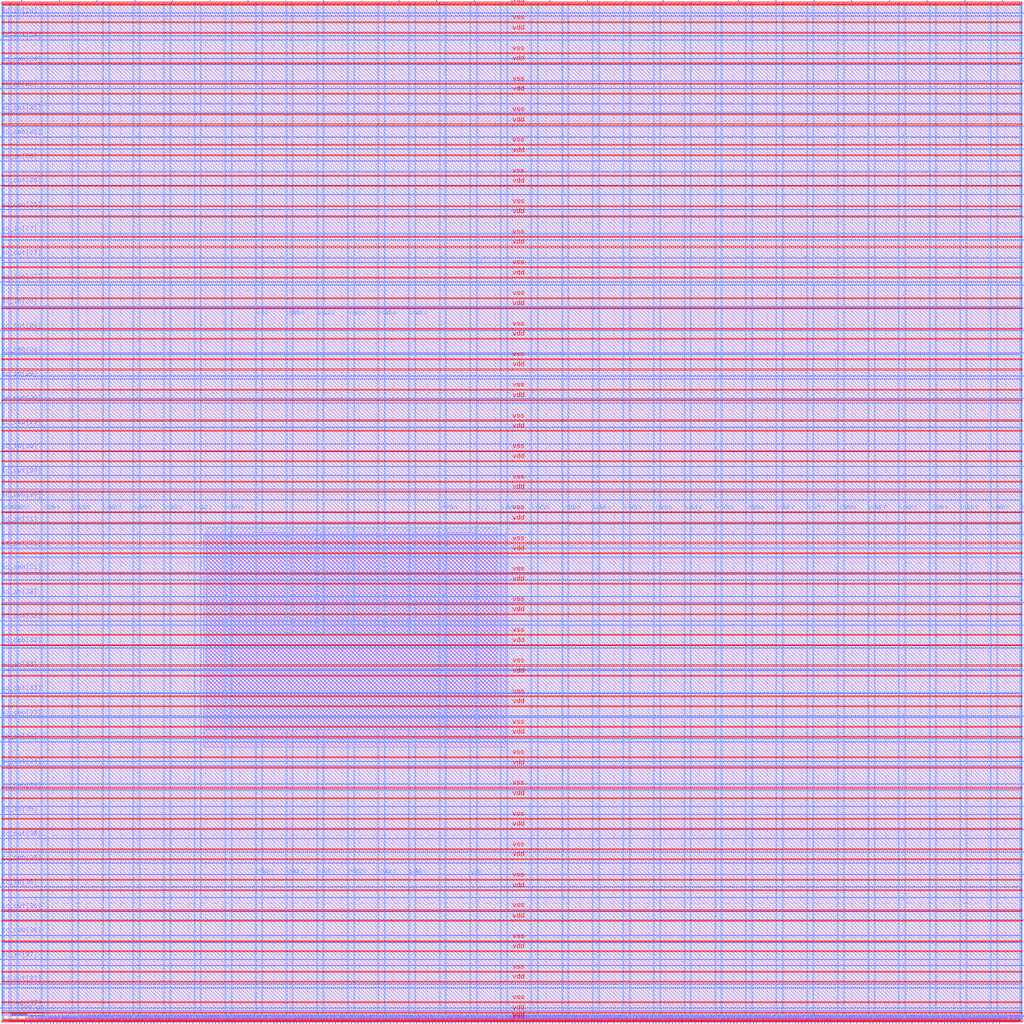
<source format=lef>
VERSION 5.7 ;
  NOWIREEXTENSIONATPIN ON ;
  DIVIDERCHAR "/" ;
  BUSBITCHARS "[]" ;
MACRO user_project_wrapper
  CLASS BLOCK ;
  FOREIGN user_project_wrapper ;
  ORIGIN 0.000 0.000 ;
  SIZE 3000.000 BY 3000.000 ;
  PIN io_in[0]
    DIRECTION INPUT ;
    USE SIGNAL ;
    PORT
      LAYER Metal3 ;
        RECT 2997.600 33.320 3004.800 34.440 ;
    END
  END io_in[0]
  PIN io_in[10]
    DIRECTION INPUT ;
    USE SIGNAL ;
    PORT
      LAYER Metal3 ;
        RECT 2997.600 2032.520 3004.800 2033.640 ;
    END
  END io_in[10]
  PIN io_in[11]
    DIRECTION INPUT ;
    USE SIGNAL ;
    PORT
      LAYER Metal3 ;
        RECT 2997.600 2232.440 3004.800 2233.560 ;
    END
  END io_in[11]
  PIN io_in[12]
    DIRECTION INPUT ;
    USE SIGNAL ;
    PORT
      LAYER Metal3 ;
        RECT 2997.600 2432.360 3004.800 2433.480 ;
    END
  END io_in[12]
  PIN io_in[13]
    DIRECTION INPUT ;
    USE SIGNAL ;
    PORT
      LAYER Metal3 ;
        RECT 2997.600 2632.280 3004.800 2633.400 ;
    END
  END io_in[13]
  PIN io_in[14]
    DIRECTION INPUT ;
    USE SIGNAL ;
    PORT
      LAYER Metal3 ;
        RECT 2997.600 2832.200 3004.800 2833.320 ;
    END
  END io_in[14]
  PIN io_in[15]
    DIRECTION INPUT ;
    USE SIGNAL ;
    PORT
      LAYER Metal2 ;
        RECT 2940.840 2997.600 2941.960 3004.800 ;
    END
  END io_in[15]
  PIN io_in[16]
    DIRECTION INPUT ;
    USE SIGNAL ;
    PORT
      LAYER Metal2 ;
        RECT 2608.200 2997.600 2609.320 3004.800 ;
    END
  END io_in[16]
  PIN io_in[17]
    DIRECTION INPUT ;
    USE SIGNAL ;
    PORT
      LAYER Metal2 ;
        RECT 2275.560 2997.600 2276.680 3004.800 ;
    END
  END io_in[17]
  PIN io_in[18]
    DIRECTION INPUT ;
    USE SIGNAL ;
    PORT
      LAYER Metal2 ;
        RECT 1942.920 2997.600 1944.040 3004.800 ;
    END
  END io_in[18]
  PIN io_in[19]
    DIRECTION INPUT ;
    USE SIGNAL ;
    PORT
      LAYER Metal2 ;
        RECT 1610.280 2997.600 1611.400 3004.800 ;
    END
  END io_in[19]
  PIN io_in[1]
    DIRECTION INPUT ;
    USE SIGNAL ;
    PORT
      LAYER Metal3 ;
        RECT 2997.600 233.240 3004.800 234.360 ;
    END
  END io_in[1]
  PIN io_in[20]
    DIRECTION INPUT ;
    USE SIGNAL ;
    PORT
      LAYER Metal2 ;
        RECT 1277.640 2997.600 1278.760 3004.800 ;
    END
  END io_in[20]
  PIN io_in[21]
    DIRECTION INPUT ;
    USE SIGNAL ;
    PORT
      LAYER Metal2 ;
        RECT 945.000 2997.600 946.120 3004.800 ;
    END
  END io_in[21]
  PIN io_in[22]
    DIRECTION INPUT ;
    USE SIGNAL ;
    PORT
      LAYER Metal2 ;
        RECT 612.360 2997.600 613.480 3004.800 ;
    END
  END io_in[22]
  PIN io_in[23]
    DIRECTION INPUT ;
    USE SIGNAL ;
    PORT
      LAYER Metal2 ;
        RECT 279.720 2997.600 280.840 3004.800 ;
    END
  END io_in[23]
  PIN io_in[24]
    DIRECTION INPUT ;
    USE SIGNAL ;
    PORT
      LAYER Metal3 ;
        RECT -4.800 2957.080 2.400 2958.200 ;
    END
  END io_in[24]
  PIN io_in[25]
    DIRECTION INPUT ;
    USE SIGNAL ;
    PORT
      LAYER Metal3 ;
        RECT -4.800 2743.720 2.400 2744.840 ;
    END
  END io_in[25]
  PIN io_in[26]
    DIRECTION INPUT ;
    USE SIGNAL ;
    PORT
      LAYER Metal3 ;
        RECT -4.800 2530.360 2.400 2531.480 ;
    END
  END io_in[26]
  PIN io_in[27]
    DIRECTION INPUT ;
    USE SIGNAL ;
    PORT
      LAYER Metal3 ;
        RECT -4.800 2317.000 2.400 2318.120 ;
    END
  END io_in[27]
  PIN io_in[28]
    DIRECTION INPUT ;
    USE SIGNAL ;
    PORT
      LAYER Metal3 ;
        RECT -4.800 2103.640 2.400 2104.760 ;
    END
  END io_in[28]
  PIN io_in[29]
    DIRECTION INPUT ;
    USE SIGNAL ;
    PORT
      LAYER Metal3 ;
        RECT -4.800 1890.280 2.400 1891.400 ;
    END
  END io_in[29]
  PIN io_in[2]
    DIRECTION INPUT ;
    USE SIGNAL ;
    PORT
      LAYER Metal3 ;
        RECT 2997.600 433.160 3004.800 434.280 ;
    END
  END io_in[2]
  PIN io_in[30]
    DIRECTION INPUT ;
    USE SIGNAL ;
    PORT
      LAYER Metal3 ;
        RECT -4.800 1676.920 2.400 1678.040 ;
    END
  END io_in[30]
  PIN io_in[31]
    DIRECTION INPUT ;
    USE SIGNAL ;
    PORT
      LAYER Metal3 ;
        RECT -4.800 1463.560 2.400 1464.680 ;
    END
  END io_in[31]
  PIN io_in[32]
    DIRECTION INPUT ;
    USE SIGNAL ;
    PORT
      LAYER Metal3 ;
        RECT -4.800 1250.200 2.400 1251.320 ;
    END
  END io_in[32]
  PIN io_in[33]
    DIRECTION INPUT ;
    USE SIGNAL ;
    PORT
      LAYER Metal3 ;
        RECT -4.800 1036.840 2.400 1037.960 ;
    END
  END io_in[33]
  PIN io_in[34]
    DIRECTION INPUT ;
    USE SIGNAL ;
    PORT
      LAYER Metal3 ;
        RECT -4.800 823.480 2.400 824.600 ;
    END
  END io_in[34]
  PIN io_in[35]
    DIRECTION INPUT ;
    USE SIGNAL ;
    PORT
      LAYER Metal3 ;
        RECT -4.800 610.120 2.400 611.240 ;
    END
  END io_in[35]
  PIN io_in[36]
    DIRECTION INPUT ;
    USE SIGNAL ;
    PORT
      LAYER Metal3 ;
        RECT -4.800 396.760 2.400 397.880 ;
    END
  END io_in[36]
  PIN io_in[37]
    DIRECTION INPUT ;
    USE SIGNAL ;
    PORT
      LAYER Metal3 ;
        RECT -4.800 183.400 2.400 184.520 ;
    END
  END io_in[37]
  PIN io_in[3]
    DIRECTION INPUT ;
    USE SIGNAL ;
    PORT
      LAYER Metal3 ;
        RECT 2997.600 633.080 3004.800 634.200 ;
    END
  END io_in[3]
  PIN io_in[4]
    DIRECTION INPUT ;
    USE SIGNAL ;
    PORT
      LAYER Metal3 ;
        RECT 2997.600 833.000 3004.800 834.120 ;
    END
  END io_in[4]
  PIN io_in[5]
    DIRECTION INPUT ;
    USE SIGNAL ;
    PORT
      LAYER Metal3 ;
        RECT 2997.600 1032.920 3004.800 1034.040 ;
    END
  END io_in[5]
  PIN io_in[6]
    DIRECTION INPUT ;
    USE SIGNAL ;
    PORT
      LAYER Metal3 ;
        RECT 2997.600 1232.840 3004.800 1233.960 ;
    END
  END io_in[6]
  PIN io_in[7]
    DIRECTION INPUT ;
    USE SIGNAL ;
    PORT
      LAYER Metal3 ;
        RECT 2997.600 1432.760 3004.800 1433.880 ;
    END
  END io_in[7]
  PIN io_in[8]
    DIRECTION INPUT ;
    USE SIGNAL ;
    PORT
      LAYER Metal3 ;
        RECT 2997.600 1632.680 3004.800 1633.800 ;
    END
  END io_in[8]
  PIN io_in[9]
    DIRECTION INPUT ;
    USE SIGNAL ;
    PORT
      LAYER Metal3 ;
        RECT 2997.600 1832.600 3004.800 1833.720 ;
    END
  END io_in[9]
  PIN io_oeb[0]
    DIRECTION OUTPUT TRISTATE ;
    USE SIGNAL ;
    PORT
      LAYER Metal3 ;
        RECT 2997.600 166.600 3004.800 167.720 ;
    END
  END io_oeb[0]
  PIN io_oeb[10]
    DIRECTION OUTPUT TRISTATE ;
    USE SIGNAL ;
    PORT
      LAYER Metal3 ;
        RECT 2997.600 2165.800 3004.800 2166.920 ;
    END
  END io_oeb[10]
  PIN io_oeb[11]
    DIRECTION OUTPUT TRISTATE ;
    USE SIGNAL ;
    PORT
      LAYER Metal3 ;
        RECT 2997.600 2365.720 3004.800 2366.840 ;
    END
  END io_oeb[11]
  PIN io_oeb[12]
    DIRECTION OUTPUT TRISTATE ;
    USE SIGNAL ;
    PORT
      LAYER Metal3 ;
        RECT 2997.600 2565.640 3004.800 2566.760 ;
    END
  END io_oeb[12]
  PIN io_oeb[13]
    DIRECTION OUTPUT TRISTATE ;
    USE SIGNAL ;
    PORT
      LAYER Metal3 ;
        RECT 2997.600 2765.560 3004.800 2766.680 ;
    END
  END io_oeb[13]
  PIN io_oeb[14]
    DIRECTION OUTPUT TRISTATE ;
    USE SIGNAL ;
    PORT
      LAYER Metal3 ;
        RECT 2997.600 2965.480 3004.800 2966.600 ;
    END
  END io_oeb[14]
  PIN io_oeb[15]
    DIRECTION OUTPUT TRISTATE ;
    USE SIGNAL ;
    PORT
      LAYER Metal2 ;
        RECT 2719.080 2997.600 2720.200 3004.800 ;
    END
  END io_oeb[15]
  PIN io_oeb[16]
    DIRECTION OUTPUT TRISTATE ;
    USE SIGNAL ;
    PORT
      LAYER Metal2 ;
        RECT 2386.440 2997.600 2387.560 3004.800 ;
    END
  END io_oeb[16]
  PIN io_oeb[17]
    DIRECTION OUTPUT TRISTATE ;
    USE SIGNAL ;
    PORT
      LAYER Metal2 ;
        RECT 2053.800 2997.600 2054.920 3004.800 ;
    END
  END io_oeb[17]
  PIN io_oeb[18]
    DIRECTION OUTPUT TRISTATE ;
    USE SIGNAL ;
    PORT
      LAYER Metal2 ;
        RECT 1721.160 2997.600 1722.280 3004.800 ;
    END
  END io_oeb[18]
  PIN io_oeb[19]
    DIRECTION OUTPUT TRISTATE ;
    USE SIGNAL ;
    PORT
      LAYER Metal2 ;
        RECT 1388.520 2997.600 1389.640 3004.800 ;
    END
  END io_oeb[19]
  PIN io_oeb[1]
    DIRECTION OUTPUT TRISTATE ;
    USE SIGNAL ;
    PORT
      LAYER Metal3 ;
        RECT 2997.600 366.520 3004.800 367.640 ;
    END
  END io_oeb[1]
  PIN io_oeb[20]
    DIRECTION OUTPUT TRISTATE ;
    USE SIGNAL ;
    PORT
      LAYER Metal2 ;
        RECT 1055.880 2997.600 1057.000 3004.800 ;
    END
  END io_oeb[20]
  PIN io_oeb[21]
    DIRECTION OUTPUT TRISTATE ;
    USE SIGNAL ;
    PORT
      LAYER Metal2 ;
        RECT 723.240 2997.600 724.360 3004.800 ;
    END
  END io_oeb[21]
  PIN io_oeb[22]
    DIRECTION OUTPUT TRISTATE ;
    USE SIGNAL ;
    PORT
      LAYER Metal2 ;
        RECT 390.600 2997.600 391.720 3004.800 ;
    END
  END io_oeb[22]
  PIN io_oeb[23]
    DIRECTION OUTPUT TRISTATE ;
    USE SIGNAL ;
    PORT
      LAYER Metal2 ;
        RECT 57.960 2997.600 59.080 3004.800 ;
    END
  END io_oeb[23]
  PIN io_oeb[24]
    DIRECTION OUTPUT TRISTATE ;
    USE SIGNAL ;
    PORT
      LAYER Metal3 ;
        RECT -4.800 2814.840 2.400 2815.960 ;
    END
  END io_oeb[24]
  PIN io_oeb[25]
    DIRECTION OUTPUT TRISTATE ;
    USE SIGNAL ;
    PORT
      LAYER Metal3 ;
        RECT -4.800 2601.480 2.400 2602.600 ;
    END
  END io_oeb[25]
  PIN io_oeb[26]
    DIRECTION OUTPUT TRISTATE ;
    USE SIGNAL ;
    PORT
      LAYER Metal3 ;
        RECT -4.800 2388.120 2.400 2389.240 ;
    END
  END io_oeb[26]
  PIN io_oeb[27]
    DIRECTION OUTPUT TRISTATE ;
    USE SIGNAL ;
    PORT
      LAYER Metal3 ;
        RECT -4.800 2174.760 2.400 2175.880 ;
    END
  END io_oeb[27]
  PIN io_oeb[28]
    DIRECTION OUTPUT TRISTATE ;
    USE SIGNAL ;
    PORT
      LAYER Metal3 ;
        RECT -4.800 1961.400 2.400 1962.520 ;
    END
  END io_oeb[28]
  PIN io_oeb[29]
    DIRECTION OUTPUT TRISTATE ;
    USE SIGNAL ;
    PORT
      LAYER Metal3 ;
        RECT -4.800 1748.040 2.400 1749.160 ;
    END
  END io_oeb[29]
  PIN io_oeb[2]
    DIRECTION OUTPUT TRISTATE ;
    USE SIGNAL ;
    PORT
      LAYER Metal3 ;
        RECT 2997.600 566.440 3004.800 567.560 ;
    END
  END io_oeb[2]
  PIN io_oeb[30]
    DIRECTION OUTPUT TRISTATE ;
    USE SIGNAL ;
    PORT
      LAYER Metal3 ;
        RECT -4.800 1534.680 2.400 1535.800 ;
    END
  END io_oeb[30]
  PIN io_oeb[31]
    DIRECTION OUTPUT TRISTATE ;
    USE SIGNAL ;
    PORT
      LAYER Metal3 ;
        RECT -4.800 1321.320 2.400 1322.440 ;
    END
  END io_oeb[31]
  PIN io_oeb[32]
    DIRECTION OUTPUT TRISTATE ;
    USE SIGNAL ;
    PORT
      LAYER Metal3 ;
        RECT -4.800 1107.960 2.400 1109.080 ;
    END
  END io_oeb[32]
  PIN io_oeb[33]
    DIRECTION OUTPUT TRISTATE ;
    USE SIGNAL ;
    PORT
      LAYER Metal3 ;
        RECT -4.800 894.600 2.400 895.720 ;
    END
  END io_oeb[33]
  PIN io_oeb[34]
    DIRECTION OUTPUT TRISTATE ;
    USE SIGNAL ;
    PORT
      LAYER Metal3 ;
        RECT -4.800 681.240 2.400 682.360 ;
    END
  END io_oeb[34]
  PIN io_oeb[35]
    DIRECTION OUTPUT TRISTATE ;
    USE SIGNAL ;
    PORT
      LAYER Metal3 ;
        RECT -4.800 467.880 2.400 469.000 ;
    END
  END io_oeb[35]
  PIN io_oeb[36]
    DIRECTION OUTPUT TRISTATE ;
    USE SIGNAL ;
    PORT
      LAYER Metal3 ;
        RECT -4.800 254.520 2.400 255.640 ;
    END
  END io_oeb[36]
  PIN io_oeb[37]
    DIRECTION OUTPUT TRISTATE ;
    USE SIGNAL ;
    PORT
      LAYER Metal3 ;
        RECT -4.800 41.160 2.400 42.280 ;
    END
  END io_oeb[37]
  PIN io_oeb[3]
    DIRECTION OUTPUT TRISTATE ;
    USE SIGNAL ;
    PORT
      LAYER Metal3 ;
        RECT 2997.600 766.360 3004.800 767.480 ;
    END
  END io_oeb[3]
  PIN io_oeb[4]
    DIRECTION OUTPUT TRISTATE ;
    USE SIGNAL ;
    PORT
      LAYER Metal3 ;
        RECT 2997.600 966.280 3004.800 967.400 ;
    END
  END io_oeb[4]
  PIN io_oeb[5]
    DIRECTION OUTPUT TRISTATE ;
    USE SIGNAL ;
    PORT
      LAYER Metal3 ;
        RECT 2997.600 1166.200 3004.800 1167.320 ;
    END
  END io_oeb[5]
  PIN io_oeb[6]
    DIRECTION OUTPUT TRISTATE ;
    USE SIGNAL ;
    PORT
      LAYER Metal3 ;
        RECT 2997.600 1366.120 3004.800 1367.240 ;
    END
  END io_oeb[6]
  PIN io_oeb[7]
    DIRECTION OUTPUT TRISTATE ;
    USE SIGNAL ;
    PORT
      LAYER Metal3 ;
        RECT 2997.600 1566.040 3004.800 1567.160 ;
    END
  END io_oeb[7]
  PIN io_oeb[8]
    DIRECTION OUTPUT TRISTATE ;
    USE SIGNAL ;
    PORT
      LAYER Metal3 ;
        RECT 2997.600 1765.960 3004.800 1767.080 ;
    END
  END io_oeb[8]
  PIN io_oeb[9]
    DIRECTION OUTPUT TRISTATE ;
    USE SIGNAL ;
    PORT
      LAYER Metal3 ;
        RECT 2997.600 1965.880 3004.800 1967.000 ;
    END
  END io_oeb[9]
  PIN io_out[0]
    DIRECTION OUTPUT TRISTATE ;
    USE SIGNAL ;
    PORT
      LAYER Metal3 ;
        RECT 2997.600 99.960 3004.800 101.080 ;
    END
  END io_out[0]
  PIN io_out[10]
    DIRECTION OUTPUT TRISTATE ;
    USE SIGNAL ;
    PORT
      LAYER Metal3 ;
        RECT 2997.600 2099.160 3004.800 2100.280 ;
    END
  END io_out[10]
  PIN io_out[11]
    DIRECTION OUTPUT TRISTATE ;
    USE SIGNAL ;
    PORT
      LAYER Metal3 ;
        RECT 2997.600 2299.080 3004.800 2300.200 ;
    END
  END io_out[11]
  PIN io_out[12]
    DIRECTION OUTPUT TRISTATE ;
    USE SIGNAL ;
    PORT
      LAYER Metal3 ;
        RECT 2997.600 2499.000 3004.800 2500.120 ;
    END
  END io_out[12]
  PIN io_out[13]
    DIRECTION OUTPUT TRISTATE ;
    USE SIGNAL ;
    PORT
      LAYER Metal3 ;
        RECT 2997.600 2698.920 3004.800 2700.040 ;
    END
  END io_out[13]
  PIN io_out[14]
    DIRECTION OUTPUT TRISTATE ;
    USE SIGNAL ;
    PORT
      LAYER Metal3 ;
        RECT 2997.600 2898.840 3004.800 2899.960 ;
    END
  END io_out[14]
  PIN io_out[15]
    DIRECTION OUTPUT TRISTATE ;
    USE SIGNAL ;
    PORT
      LAYER Metal2 ;
        RECT 2829.960 2997.600 2831.080 3004.800 ;
    END
  END io_out[15]
  PIN io_out[16]
    DIRECTION OUTPUT TRISTATE ;
    USE SIGNAL ;
    PORT
      LAYER Metal2 ;
        RECT 2497.320 2997.600 2498.440 3004.800 ;
    END
  END io_out[16]
  PIN io_out[17]
    DIRECTION OUTPUT TRISTATE ;
    USE SIGNAL ;
    PORT
      LAYER Metal2 ;
        RECT 2164.680 2997.600 2165.800 3004.800 ;
    END
  END io_out[17]
  PIN io_out[18]
    DIRECTION OUTPUT TRISTATE ;
    USE SIGNAL ;
    PORT
      LAYER Metal2 ;
        RECT 1832.040 2997.600 1833.160 3004.800 ;
    END
  END io_out[18]
  PIN io_out[19]
    DIRECTION OUTPUT TRISTATE ;
    USE SIGNAL ;
    PORT
      LAYER Metal2 ;
        RECT 1499.400 2997.600 1500.520 3004.800 ;
    END
  END io_out[19]
  PIN io_out[1]
    DIRECTION OUTPUT TRISTATE ;
    USE SIGNAL ;
    PORT
      LAYER Metal3 ;
        RECT 2997.600 299.880 3004.800 301.000 ;
    END
  END io_out[1]
  PIN io_out[20]
    DIRECTION OUTPUT TRISTATE ;
    USE SIGNAL ;
    PORT
      LAYER Metal2 ;
        RECT 1166.760 2997.600 1167.880 3004.800 ;
    END
  END io_out[20]
  PIN io_out[21]
    DIRECTION OUTPUT TRISTATE ;
    USE SIGNAL ;
    PORT
      LAYER Metal2 ;
        RECT 834.120 2997.600 835.240 3004.800 ;
    END
  END io_out[21]
  PIN io_out[22]
    DIRECTION OUTPUT TRISTATE ;
    USE SIGNAL ;
    PORT
      LAYER Metal2 ;
        RECT 501.480 2997.600 502.600 3004.800 ;
    END
  END io_out[22]
  PIN io_out[23]
    DIRECTION OUTPUT TRISTATE ;
    USE SIGNAL ;
    PORT
      LAYER Metal2 ;
        RECT 168.840 2997.600 169.960 3004.800 ;
    END
  END io_out[23]
  PIN io_out[24]
    DIRECTION OUTPUT TRISTATE ;
    USE SIGNAL ;
    PORT
      LAYER Metal3 ;
        RECT -4.800 2885.960 2.400 2887.080 ;
    END
  END io_out[24]
  PIN io_out[25]
    DIRECTION OUTPUT TRISTATE ;
    USE SIGNAL ;
    PORT
      LAYER Metal3 ;
        RECT -4.800 2672.600 2.400 2673.720 ;
    END
  END io_out[25]
  PIN io_out[26]
    DIRECTION OUTPUT TRISTATE ;
    USE SIGNAL ;
    PORT
      LAYER Metal3 ;
        RECT -4.800 2459.240 2.400 2460.360 ;
    END
  END io_out[26]
  PIN io_out[27]
    DIRECTION OUTPUT TRISTATE ;
    USE SIGNAL ;
    PORT
      LAYER Metal3 ;
        RECT -4.800 2245.880 2.400 2247.000 ;
    END
  END io_out[27]
  PIN io_out[28]
    DIRECTION OUTPUT TRISTATE ;
    USE SIGNAL ;
    PORT
      LAYER Metal3 ;
        RECT -4.800 2032.520 2.400 2033.640 ;
    END
  END io_out[28]
  PIN io_out[29]
    DIRECTION OUTPUT TRISTATE ;
    USE SIGNAL ;
    PORT
      LAYER Metal3 ;
        RECT -4.800 1819.160 2.400 1820.280 ;
    END
  END io_out[29]
  PIN io_out[2]
    DIRECTION OUTPUT TRISTATE ;
    USE SIGNAL ;
    PORT
      LAYER Metal3 ;
        RECT 2997.600 499.800 3004.800 500.920 ;
    END
  END io_out[2]
  PIN io_out[30]
    DIRECTION OUTPUT TRISTATE ;
    USE SIGNAL ;
    PORT
      LAYER Metal3 ;
        RECT -4.800 1605.800 2.400 1606.920 ;
    END
  END io_out[30]
  PIN io_out[31]
    DIRECTION OUTPUT TRISTATE ;
    USE SIGNAL ;
    PORT
      LAYER Metal3 ;
        RECT -4.800 1392.440 2.400 1393.560 ;
    END
  END io_out[31]
  PIN io_out[32]
    DIRECTION OUTPUT TRISTATE ;
    USE SIGNAL ;
    PORT
      LAYER Metal3 ;
        RECT -4.800 1179.080 2.400 1180.200 ;
    END
  END io_out[32]
  PIN io_out[33]
    DIRECTION OUTPUT TRISTATE ;
    USE SIGNAL ;
    PORT
      LAYER Metal3 ;
        RECT -4.800 965.720 2.400 966.840 ;
    END
  END io_out[33]
  PIN io_out[34]
    DIRECTION OUTPUT TRISTATE ;
    USE SIGNAL ;
    PORT
      LAYER Metal3 ;
        RECT -4.800 752.360 2.400 753.480 ;
    END
  END io_out[34]
  PIN io_out[35]
    DIRECTION OUTPUT TRISTATE ;
    USE SIGNAL ;
    PORT
      LAYER Metal3 ;
        RECT -4.800 539.000 2.400 540.120 ;
    END
  END io_out[35]
  PIN io_out[36]
    DIRECTION OUTPUT TRISTATE ;
    USE SIGNAL ;
    PORT
      LAYER Metal3 ;
        RECT -4.800 325.640 2.400 326.760 ;
    END
  END io_out[36]
  PIN io_out[37]
    DIRECTION OUTPUT TRISTATE ;
    USE SIGNAL ;
    PORT
      LAYER Metal3 ;
        RECT -4.800 112.280 2.400 113.400 ;
    END
  END io_out[37]
  PIN io_out[3]
    DIRECTION OUTPUT TRISTATE ;
    USE SIGNAL ;
    PORT
      LAYER Metal3 ;
        RECT 2997.600 699.720 3004.800 700.840 ;
    END
  END io_out[3]
  PIN io_out[4]
    DIRECTION OUTPUT TRISTATE ;
    USE SIGNAL ;
    PORT
      LAYER Metal3 ;
        RECT 2997.600 899.640 3004.800 900.760 ;
    END
  END io_out[4]
  PIN io_out[5]
    DIRECTION OUTPUT TRISTATE ;
    USE SIGNAL ;
    PORT
      LAYER Metal3 ;
        RECT 2997.600 1099.560 3004.800 1100.680 ;
    END
  END io_out[5]
  PIN io_out[6]
    DIRECTION OUTPUT TRISTATE ;
    USE SIGNAL ;
    PORT
      LAYER Metal3 ;
        RECT 2997.600 1299.480 3004.800 1300.600 ;
    END
  END io_out[6]
  PIN io_out[7]
    DIRECTION OUTPUT TRISTATE ;
    USE SIGNAL ;
    PORT
      LAYER Metal3 ;
        RECT 2997.600 1499.400 3004.800 1500.520 ;
    END
  END io_out[7]
  PIN io_out[8]
    DIRECTION OUTPUT TRISTATE ;
    USE SIGNAL ;
    PORT
      LAYER Metal3 ;
        RECT 2997.600 1699.320 3004.800 1700.440 ;
    END
  END io_out[8]
  PIN io_out[9]
    DIRECTION OUTPUT TRISTATE ;
    USE SIGNAL ;
    PORT
      LAYER Metal3 ;
        RECT 2997.600 1899.240 3004.800 1900.360 ;
    END
  END io_out[9]
  PIN la_data_in[0]
    DIRECTION INPUT ;
    USE SIGNAL ;
    PORT
      LAYER Metal2 ;
        RECT 1075.480 -4.800 1076.600 2.400 ;
    END
  END la_data_in[0]
  PIN la_data_in[10]
    DIRECTION INPUT ;
    USE SIGNAL ;
    PORT
      LAYER Metal2 ;
        RECT 1361.080 -4.800 1362.200 2.400 ;
    END
  END la_data_in[10]
  PIN la_data_in[11]
    DIRECTION INPUT ;
    USE SIGNAL ;
    PORT
      LAYER Metal2 ;
        RECT 1389.640 -4.800 1390.760 2.400 ;
    END
  END la_data_in[11]
  PIN la_data_in[12]
    DIRECTION INPUT ;
    USE SIGNAL ;
    PORT
      LAYER Metal2 ;
        RECT 1418.200 -4.800 1419.320 2.400 ;
    END
  END la_data_in[12]
  PIN la_data_in[13]
    DIRECTION INPUT ;
    USE SIGNAL ;
    PORT
      LAYER Metal2 ;
        RECT 1446.760 -4.800 1447.880 2.400 ;
    END
  END la_data_in[13]
  PIN la_data_in[14]
    DIRECTION INPUT ;
    USE SIGNAL ;
    PORT
      LAYER Metal2 ;
        RECT 1475.320 -4.800 1476.440 2.400 ;
    END
  END la_data_in[14]
  PIN la_data_in[15]
    DIRECTION INPUT ;
    USE SIGNAL ;
    PORT
      LAYER Metal2 ;
        RECT 1503.880 -4.800 1505.000 2.400 ;
    END
  END la_data_in[15]
  PIN la_data_in[16]
    DIRECTION INPUT ;
    USE SIGNAL ;
    PORT
      LAYER Metal2 ;
        RECT 1532.440 -4.800 1533.560 2.400 ;
    END
  END la_data_in[16]
  PIN la_data_in[17]
    DIRECTION INPUT ;
    USE SIGNAL ;
    PORT
      LAYER Metal2 ;
        RECT 1561.000 -4.800 1562.120 2.400 ;
    END
  END la_data_in[17]
  PIN la_data_in[18]
    DIRECTION INPUT ;
    USE SIGNAL ;
    PORT
      LAYER Metal2 ;
        RECT 1589.560 -4.800 1590.680 2.400 ;
    END
  END la_data_in[18]
  PIN la_data_in[19]
    DIRECTION INPUT ;
    USE SIGNAL ;
    PORT
      LAYER Metal2 ;
        RECT 1618.120 -4.800 1619.240 2.400 ;
    END
  END la_data_in[19]
  PIN la_data_in[1]
    DIRECTION INPUT ;
    USE SIGNAL ;
    PORT
      LAYER Metal2 ;
        RECT 1104.040 -4.800 1105.160 2.400 ;
    END
  END la_data_in[1]
  PIN la_data_in[20]
    DIRECTION INPUT ;
    USE SIGNAL ;
    PORT
      LAYER Metal2 ;
        RECT 1646.680 -4.800 1647.800 2.400 ;
    END
  END la_data_in[20]
  PIN la_data_in[21]
    DIRECTION INPUT ;
    USE SIGNAL ;
    PORT
      LAYER Metal2 ;
        RECT 1675.240 -4.800 1676.360 2.400 ;
    END
  END la_data_in[21]
  PIN la_data_in[22]
    DIRECTION INPUT ;
    USE SIGNAL ;
    PORT
      LAYER Metal2 ;
        RECT 1703.800 -4.800 1704.920 2.400 ;
    END
  END la_data_in[22]
  PIN la_data_in[23]
    DIRECTION INPUT ;
    USE SIGNAL ;
    PORT
      LAYER Metal2 ;
        RECT 1732.360 -4.800 1733.480 2.400 ;
    END
  END la_data_in[23]
  PIN la_data_in[24]
    DIRECTION INPUT ;
    USE SIGNAL ;
    PORT
      LAYER Metal2 ;
        RECT 1760.920 -4.800 1762.040 2.400 ;
    END
  END la_data_in[24]
  PIN la_data_in[25]
    DIRECTION INPUT ;
    USE SIGNAL ;
    PORT
      LAYER Metal2 ;
        RECT 1789.480 -4.800 1790.600 2.400 ;
    END
  END la_data_in[25]
  PIN la_data_in[26]
    DIRECTION INPUT ;
    USE SIGNAL ;
    PORT
      LAYER Metal2 ;
        RECT 1818.040 -4.800 1819.160 2.400 ;
    END
  END la_data_in[26]
  PIN la_data_in[27]
    DIRECTION INPUT ;
    USE SIGNAL ;
    PORT
      LAYER Metal2 ;
        RECT 1846.600 -4.800 1847.720 2.400 ;
    END
  END la_data_in[27]
  PIN la_data_in[28]
    DIRECTION INPUT ;
    USE SIGNAL ;
    PORT
      LAYER Metal2 ;
        RECT 1875.160 -4.800 1876.280 2.400 ;
    END
  END la_data_in[28]
  PIN la_data_in[29]
    DIRECTION INPUT ;
    USE SIGNAL ;
    PORT
      LAYER Metal2 ;
        RECT 1903.720 -4.800 1904.840 2.400 ;
    END
  END la_data_in[29]
  PIN la_data_in[2]
    DIRECTION INPUT ;
    USE SIGNAL ;
    PORT
      LAYER Metal2 ;
        RECT 1132.600 -4.800 1133.720 2.400 ;
    END
  END la_data_in[2]
  PIN la_data_in[30]
    DIRECTION INPUT ;
    USE SIGNAL ;
    PORT
      LAYER Metal2 ;
        RECT 1932.280 -4.800 1933.400 2.400 ;
    END
  END la_data_in[30]
  PIN la_data_in[31]
    DIRECTION INPUT ;
    USE SIGNAL ;
    PORT
      LAYER Metal2 ;
        RECT 1960.840 -4.800 1961.960 2.400 ;
    END
  END la_data_in[31]
  PIN la_data_in[32]
    DIRECTION INPUT ;
    USE SIGNAL ;
    PORT
      LAYER Metal2 ;
        RECT 1989.400 -4.800 1990.520 2.400 ;
    END
  END la_data_in[32]
  PIN la_data_in[33]
    DIRECTION INPUT ;
    USE SIGNAL ;
    PORT
      LAYER Metal2 ;
        RECT 2017.960 -4.800 2019.080 2.400 ;
    END
  END la_data_in[33]
  PIN la_data_in[34]
    DIRECTION INPUT ;
    USE SIGNAL ;
    PORT
      LAYER Metal2 ;
        RECT 2046.520 -4.800 2047.640 2.400 ;
    END
  END la_data_in[34]
  PIN la_data_in[35]
    DIRECTION INPUT ;
    USE SIGNAL ;
    PORT
      LAYER Metal2 ;
        RECT 2075.080 -4.800 2076.200 2.400 ;
    END
  END la_data_in[35]
  PIN la_data_in[36]
    DIRECTION INPUT ;
    USE SIGNAL ;
    PORT
      LAYER Metal2 ;
        RECT 2103.640 -4.800 2104.760 2.400 ;
    END
  END la_data_in[36]
  PIN la_data_in[37]
    DIRECTION INPUT ;
    USE SIGNAL ;
    PORT
      LAYER Metal2 ;
        RECT 2132.200 -4.800 2133.320 2.400 ;
    END
  END la_data_in[37]
  PIN la_data_in[38]
    DIRECTION INPUT ;
    USE SIGNAL ;
    PORT
      LAYER Metal2 ;
        RECT 2160.760 -4.800 2161.880 2.400 ;
    END
  END la_data_in[38]
  PIN la_data_in[39]
    DIRECTION INPUT ;
    USE SIGNAL ;
    PORT
      LAYER Metal2 ;
        RECT 2189.320 -4.800 2190.440 2.400 ;
    END
  END la_data_in[39]
  PIN la_data_in[3]
    DIRECTION INPUT ;
    USE SIGNAL ;
    PORT
      LAYER Metal2 ;
        RECT 1161.160 -4.800 1162.280 2.400 ;
    END
  END la_data_in[3]
  PIN la_data_in[40]
    DIRECTION INPUT ;
    USE SIGNAL ;
    PORT
      LAYER Metal2 ;
        RECT 2217.880 -4.800 2219.000 2.400 ;
    END
  END la_data_in[40]
  PIN la_data_in[41]
    DIRECTION INPUT ;
    USE SIGNAL ;
    PORT
      LAYER Metal2 ;
        RECT 2246.440 -4.800 2247.560 2.400 ;
    END
  END la_data_in[41]
  PIN la_data_in[42]
    DIRECTION INPUT ;
    USE SIGNAL ;
    PORT
      LAYER Metal2 ;
        RECT 2275.000 -4.800 2276.120 2.400 ;
    END
  END la_data_in[42]
  PIN la_data_in[43]
    DIRECTION INPUT ;
    USE SIGNAL ;
    PORT
      LAYER Metal2 ;
        RECT 2303.560 -4.800 2304.680 2.400 ;
    END
  END la_data_in[43]
  PIN la_data_in[44]
    DIRECTION INPUT ;
    USE SIGNAL ;
    PORT
      LAYER Metal2 ;
        RECT 2332.120 -4.800 2333.240 2.400 ;
    END
  END la_data_in[44]
  PIN la_data_in[45]
    DIRECTION INPUT ;
    USE SIGNAL ;
    PORT
      LAYER Metal2 ;
        RECT 2360.680 -4.800 2361.800 2.400 ;
    END
  END la_data_in[45]
  PIN la_data_in[46]
    DIRECTION INPUT ;
    USE SIGNAL ;
    PORT
      LAYER Metal2 ;
        RECT 2389.240 -4.800 2390.360 2.400 ;
    END
  END la_data_in[46]
  PIN la_data_in[47]
    DIRECTION INPUT ;
    USE SIGNAL ;
    PORT
      LAYER Metal2 ;
        RECT 2417.800 -4.800 2418.920 2.400 ;
    END
  END la_data_in[47]
  PIN la_data_in[48]
    DIRECTION INPUT ;
    USE SIGNAL ;
    PORT
      LAYER Metal2 ;
        RECT 2446.360 -4.800 2447.480 2.400 ;
    END
  END la_data_in[48]
  PIN la_data_in[49]
    DIRECTION INPUT ;
    USE SIGNAL ;
    PORT
      LAYER Metal2 ;
        RECT 2474.920 -4.800 2476.040 2.400 ;
    END
  END la_data_in[49]
  PIN la_data_in[4]
    DIRECTION INPUT ;
    USE SIGNAL ;
    PORT
      LAYER Metal2 ;
        RECT 1189.720 -4.800 1190.840 2.400 ;
    END
  END la_data_in[4]
  PIN la_data_in[50]
    DIRECTION INPUT ;
    USE SIGNAL ;
    PORT
      LAYER Metal2 ;
        RECT 2503.480 -4.800 2504.600 2.400 ;
    END
  END la_data_in[50]
  PIN la_data_in[51]
    DIRECTION INPUT ;
    USE SIGNAL ;
    PORT
      LAYER Metal2 ;
        RECT 2532.040 -4.800 2533.160 2.400 ;
    END
  END la_data_in[51]
  PIN la_data_in[52]
    DIRECTION INPUT ;
    USE SIGNAL ;
    PORT
      LAYER Metal2 ;
        RECT 2560.600 -4.800 2561.720 2.400 ;
    END
  END la_data_in[52]
  PIN la_data_in[53]
    DIRECTION INPUT ;
    USE SIGNAL ;
    PORT
      LAYER Metal2 ;
        RECT 2589.160 -4.800 2590.280 2.400 ;
    END
  END la_data_in[53]
  PIN la_data_in[54]
    DIRECTION INPUT ;
    USE SIGNAL ;
    PORT
      LAYER Metal2 ;
        RECT 2617.720 -4.800 2618.840 2.400 ;
    END
  END la_data_in[54]
  PIN la_data_in[55]
    DIRECTION INPUT ;
    USE SIGNAL ;
    PORT
      LAYER Metal2 ;
        RECT 2646.280 -4.800 2647.400 2.400 ;
    END
  END la_data_in[55]
  PIN la_data_in[56]
    DIRECTION INPUT ;
    USE SIGNAL ;
    PORT
      LAYER Metal2 ;
        RECT 2674.840 -4.800 2675.960 2.400 ;
    END
  END la_data_in[56]
  PIN la_data_in[57]
    DIRECTION INPUT ;
    USE SIGNAL ;
    PORT
      LAYER Metal2 ;
        RECT 2703.400 -4.800 2704.520 2.400 ;
    END
  END la_data_in[57]
  PIN la_data_in[58]
    DIRECTION INPUT ;
    USE SIGNAL ;
    PORT
      LAYER Metal2 ;
        RECT 2731.960 -4.800 2733.080 2.400 ;
    END
  END la_data_in[58]
  PIN la_data_in[59]
    DIRECTION INPUT ;
    USE SIGNAL ;
    PORT
      LAYER Metal2 ;
        RECT 2760.520 -4.800 2761.640 2.400 ;
    END
  END la_data_in[59]
  PIN la_data_in[5]
    DIRECTION INPUT ;
    USE SIGNAL ;
    PORT
      LAYER Metal2 ;
        RECT 1218.280 -4.800 1219.400 2.400 ;
    END
  END la_data_in[5]
  PIN la_data_in[60]
    DIRECTION INPUT ;
    USE SIGNAL ;
    PORT
      LAYER Metal2 ;
        RECT 2789.080 -4.800 2790.200 2.400 ;
    END
  END la_data_in[60]
  PIN la_data_in[61]
    DIRECTION INPUT ;
    USE SIGNAL ;
    PORT
      LAYER Metal2 ;
        RECT 2817.640 -4.800 2818.760 2.400 ;
    END
  END la_data_in[61]
  PIN la_data_in[62]
    DIRECTION INPUT ;
    USE SIGNAL ;
    PORT
      LAYER Metal2 ;
        RECT 2846.200 -4.800 2847.320 2.400 ;
    END
  END la_data_in[62]
  PIN la_data_in[63]
    DIRECTION INPUT ;
    USE SIGNAL ;
    PORT
      LAYER Metal2 ;
        RECT 2874.760 -4.800 2875.880 2.400 ;
    END
  END la_data_in[63]
  PIN la_data_in[6]
    DIRECTION INPUT ;
    USE SIGNAL ;
    PORT
      LAYER Metal2 ;
        RECT 1246.840 -4.800 1247.960 2.400 ;
    END
  END la_data_in[6]
  PIN la_data_in[7]
    DIRECTION INPUT ;
    USE SIGNAL ;
    PORT
      LAYER Metal2 ;
        RECT 1275.400 -4.800 1276.520 2.400 ;
    END
  END la_data_in[7]
  PIN la_data_in[8]
    DIRECTION INPUT ;
    USE SIGNAL ;
    PORT
      LAYER Metal2 ;
        RECT 1303.960 -4.800 1305.080 2.400 ;
    END
  END la_data_in[8]
  PIN la_data_in[9]
    DIRECTION INPUT ;
    USE SIGNAL ;
    PORT
      LAYER Metal2 ;
        RECT 1332.520 -4.800 1333.640 2.400 ;
    END
  END la_data_in[9]
  PIN la_data_out[0]
    DIRECTION OUTPUT TRISTATE ;
    USE SIGNAL ;
    PORT
      LAYER Metal2 ;
        RECT 1085.000 -4.800 1086.120 2.400 ;
    END
  END la_data_out[0]
  PIN la_data_out[10]
    DIRECTION OUTPUT TRISTATE ;
    USE SIGNAL ;
    PORT
      LAYER Metal2 ;
        RECT 1370.600 -4.800 1371.720 2.400 ;
    END
  END la_data_out[10]
  PIN la_data_out[11]
    DIRECTION OUTPUT TRISTATE ;
    USE SIGNAL ;
    PORT
      LAYER Metal2 ;
        RECT 1399.160 -4.800 1400.280 2.400 ;
    END
  END la_data_out[11]
  PIN la_data_out[12]
    DIRECTION OUTPUT TRISTATE ;
    USE SIGNAL ;
    PORT
      LAYER Metal2 ;
        RECT 1427.720 -4.800 1428.840 2.400 ;
    END
  END la_data_out[12]
  PIN la_data_out[13]
    DIRECTION OUTPUT TRISTATE ;
    USE SIGNAL ;
    PORT
      LAYER Metal2 ;
        RECT 1456.280 -4.800 1457.400 2.400 ;
    END
  END la_data_out[13]
  PIN la_data_out[14]
    DIRECTION OUTPUT TRISTATE ;
    USE SIGNAL ;
    PORT
      LAYER Metal2 ;
        RECT 1484.840 -4.800 1485.960 2.400 ;
    END
  END la_data_out[14]
  PIN la_data_out[15]
    DIRECTION OUTPUT TRISTATE ;
    USE SIGNAL ;
    PORT
      LAYER Metal2 ;
        RECT 1513.400 -4.800 1514.520 2.400 ;
    END
  END la_data_out[15]
  PIN la_data_out[16]
    DIRECTION OUTPUT TRISTATE ;
    USE SIGNAL ;
    PORT
      LAYER Metal2 ;
        RECT 1541.960 -4.800 1543.080 2.400 ;
    END
  END la_data_out[16]
  PIN la_data_out[17]
    DIRECTION OUTPUT TRISTATE ;
    USE SIGNAL ;
    PORT
      LAYER Metal2 ;
        RECT 1570.520 -4.800 1571.640 2.400 ;
    END
  END la_data_out[17]
  PIN la_data_out[18]
    DIRECTION OUTPUT TRISTATE ;
    USE SIGNAL ;
    PORT
      LAYER Metal2 ;
        RECT 1599.080 -4.800 1600.200 2.400 ;
    END
  END la_data_out[18]
  PIN la_data_out[19]
    DIRECTION OUTPUT TRISTATE ;
    USE SIGNAL ;
    PORT
      LAYER Metal2 ;
        RECT 1627.640 -4.800 1628.760 2.400 ;
    END
  END la_data_out[19]
  PIN la_data_out[1]
    DIRECTION OUTPUT TRISTATE ;
    USE SIGNAL ;
    PORT
      LAYER Metal2 ;
        RECT 1113.560 -4.800 1114.680 2.400 ;
    END
  END la_data_out[1]
  PIN la_data_out[20]
    DIRECTION OUTPUT TRISTATE ;
    USE SIGNAL ;
    PORT
      LAYER Metal2 ;
        RECT 1656.200 -4.800 1657.320 2.400 ;
    END
  END la_data_out[20]
  PIN la_data_out[21]
    DIRECTION OUTPUT TRISTATE ;
    USE SIGNAL ;
    PORT
      LAYER Metal2 ;
        RECT 1684.760 -4.800 1685.880 2.400 ;
    END
  END la_data_out[21]
  PIN la_data_out[22]
    DIRECTION OUTPUT TRISTATE ;
    USE SIGNAL ;
    PORT
      LAYER Metal2 ;
        RECT 1713.320 -4.800 1714.440 2.400 ;
    END
  END la_data_out[22]
  PIN la_data_out[23]
    DIRECTION OUTPUT TRISTATE ;
    USE SIGNAL ;
    PORT
      LAYER Metal2 ;
        RECT 1741.880 -4.800 1743.000 2.400 ;
    END
  END la_data_out[23]
  PIN la_data_out[24]
    DIRECTION OUTPUT TRISTATE ;
    USE SIGNAL ;
    PORT
      LAYER Metal2 ;
        RECT 1770.440 -4.800 1771.560 2.400 ;
    END
  END la_data_out[24]
  PIN la_data_out[25]
    DIRECTION OUTPUT TRISTATE ;
    USE SIGNAL ;
    PORT
      LAYER Metal2 ;
        RECT 1799.000 -4.800 1800.120 2.400 ;
    END
  END la_data_out[25]
  PIN la_data_out[26]
    DIRECTION OUTPUT TRISTATE ;
    USE SIGNAL ;
    PORT
      LAYER Metal2 ;
        RECT 1827.560 -4.800 1828.680 2.400 ;
    END
  END la_data_out[26]
  PIN la_data_out[27]
    DIRECTION OUTPUT TRISTATE ;
    USE SIGNAL ;
    PORT
      LAYER Metal2 ;
        RECT 1856.120 -4.800 1857.240 2.400 ;
    END
  END la_data_out[27]
  PIN la_data_out[28]
    DIRECTION OUTPUT TRISTATE ;
    USE SIGNAL ;
    PORT
      LAYER Metal2 ;
        RECT 1884.680 -4.800 1885.800 2.400 ;
    END
  END la_data_out[28]
  PIN la_data_out[29]
    DIRECTION OUTPUT TRISTATE ;
    USE SIGNAL ;
    PORT
      LAYER Metal2 ;
        RECT 1913.240 -4.800 1914.360 2.400 ;
    END
  END la_data_out[29]
  PIN la_data_out[2]
    DIRECTION OUTPUT TRISTATE ;
    USE SIGNAL ;
    PORT
      LAYER Metal2 ;
        RECT 1142.120 -4.800 1143.240 2.400 ;
    END
  END la_data_out[2]
  PIN la_data_out[30]
    DIRECTION OUTPUT TRISTATE ;
    USE SIGNAL ;
    PORT
      LAYER Metal2 ;
        RECT 1941.800 -4.800 1942.920 2.400 ;
    END
  END la_data_out[30]
  PIN la_data_out[31]
    DIRECTION OUTPUT TRISTATE ;
    USE SIGNAL ;
    PORT
      LAYER Metal2 ;
        RECT 1970.360 -4.800 1971.480 2.400 ;
    END
  END la_data_out[31]
  PIN la_data_out[32]
    DIRECTION OUTPUT TRISTATE ;
    USE SIGNAL ;
    PORT
      LAYER Metal2 ;
        RECT 1998.920 -4.800 2000.040 2.400 ;
    END
  END la_data_out[32]
  PIN la_data_out[33]
    DIRECTION OUTPUT TRISTATE ;
    USE SIGNAL ;
    PORT
      LAYER Metal2 ;
        RECT 2027.480 -4.800 2028.600 2.400 ;
    END
  END la_data_out[33]
  PIN la_data_out[34]
    DIRECTION OUTPUT TRISTATE ;
    USE SIGNAL ;
    PORT
      LAYER Metal2 ;
        RECT 2056.040 -4.800 2057.160 2.400 ;
    END
  END la_data_out[34]
  PIN la_data_out[35]
    DIRECTION OUTPUT TRISTATE ;
    USE SIGNAL ;
    PORT
      LAYER Metal2 ;
        RECT 2084.600 -4.800 2085.720 2.400 ;
    END
  END la_data_out[35]
  PIN la_data_out[36]
    DIRECTION OUTPUT TRISTATE ;
    USE SIGNAL ;
    PORT
      LAYER Metal2 ;
        RECT 2113.160 -4.800 2114.280 2.400 ;
    END
  END la_data_out[36]
  PIN la_data_out[37]
    DIRECTION OUTPUT TRISTATE ;
    USE SIGNAL ;
    PORT
      LAYER Metal2 ;
        RECT 2141.720 -4.800 2142.840 2.400 ;
    END
  END la_data_out[37]
  PIN la_data_out[38]
    DIRECTION OUTPUT TRISTATE ;
    USE SIGNAL ;
    PORT
      LAYER Metal2 ;
        RECT 2170.280 -4.800 2171.400 2.400 ;
    END
  END la_data_out[38]
  PIN la_data_out[39]
    DIRECTION OUTPUT TRISTATE ;
    USE SIGNAL ;
    PORT
      LAYER Metal2 ;
        RECT 2198.840 -4.800 2199.960 2.400 ;
    END
  END la_data_out[39]
  PIN la_data_out[3]
    DIRECTION OUTPUT TRISTATE ;
    USE SIGNAL ;
    PORT
      LAYER Metal2 ;
        RECT 1170.680 -4.800 1171.800 2.400 ;
    END
  END la_data_out[3]
  PIN la_data_out[40]
    DIRECTION OUTPUT TRISTATE ;
    USE SIGNAL ;
    PORT
      LAYER Metal2 ;
        RECT 2227.400 -4.800 2228.520 2.400 ;
    END
  END la_data_out[40]
  PIN la_data_out[41]
    DIRECTION OUTPUT TRISTATE ;
    USE SIGNAL ;
    PORT
      LAYER Metal2 ;
        RECT 2255.960 -4.800 2257.080 2.400 ;
    END
  END la_data_out[41]
  PIN la_data_out[42]
    DIRECTION OUTPUT TRISTATE ;
    USE SIGNAL ;
    PORT
      LAYER Metal2 ;
        RECT 2284.520 -4.800 2285.640 2.400 ;
    END
  END la_data_out[42]
  PIN la_data_out[43]
    DIRECTION OUTPUT TRISTATE ;
    USE SIGNAL ;
    PORT
      LAYER Metal2 ;
        RECT 2313.080 -4.800 2314.200 2.400 ;
    END
  END la_data_out[43]
  PIN la_data_out[44]
    DIRECTION OUTPUT TRISTATE ;
    USE SIGNAL ;
    PORT
      LAYER Metal2 ;
        RECT 2341.640 -4.800 2342.760 2.400 ;
    END
  END la_data_out[44]
  PIN la_data_out[45]
    DIRECTION OUTPUT TRISTATE ;
    USE SIGNAL ;
    PORT
      LAYER Metal2 ;
        RECT 2370.200 -4.800 2371.320 2.400 ;
    END
  END la_data_out[45]
  PIN la_data_out[46]
    DIRECTION OUTPUT TRISTATE ;
    USE SIGNAL ;
    PORT
      LAYER Metal2 ;
        RECT 2398.760 -4.800 2399.880 2.400 ;
    END
  END la_data_out[46]
  PIN la_data_out[47]
    DIRECTION OUTPUT TRISTATE ;
    USE SIGNAL ;
    PORT
      LAYER Metal2 ;
        RECT 2427.320 -4.800 2428.440 2.400 ;
    END
  END la_data_out[47]
  PIN la_data_out[48]
    DIRECTION OUTPUT TRISTATE ;
    USE SIGNAL ;
    PORT
      LAYER Metal2 ;
        RECT 2455.880 -4.800 2457.000 2.400 ;
    END
  END la_data_out[48]
  PIN la_data_out[49]
    DIRECTION OUTPUT TRISTATE ;
    USE SIGNAL ;
    PORT
      LAYER Metal2 ;
        RECT 2484.440 -4.800 2485.560 2.400 ;
    END
  END la_data_out[49]
  PIN la_data_out[4]
    DIRECTION OUTPUT TRISTATE ;
    USE SIGNAL ;
    PORT
      LAYER Metal2 ;
        RECT 1199.240 -4.800 1200.360 2.400 ;
    END
  END la_data_out[4]
  PIN la_data_out[50]
    DIRECTION OUTPUT TRISTATE ;
    USE SIGNAL ;
    PORT
      LAYER Metal2 ;
        RECT 2513.000 -4.800 2514.120 2.400 ;
    END
  END la_data_out[50]
  PIN la_data_out[51]
    DIRECTION OUTPUT TRISTATE ;
    USE SIGNAL ;
    PORT
      LAYER Metal2 ;
        RECT 2541.560 -4.800 2542.680 2.400 ;
    END
  END la_data_out[51]
  PIN la_data_out[52]
    DIRECTION OUTPUT TRISTATE ;
    USE SIGNAL ;
    PORT
      LAYER Metal2 ;
        RECT 2570.120 -4.800 2571.240 2.400 ;
    END
  END la_data_out[52]
  PIN la_data_out[53]
    DIRECTION OUTPUT TRISTATE ;
    USE SIGNAL ;
    PORT
      LAYER Metal2 ;
        RECT 2598.680 -4.800 2599.800 2.400 ;
    END
  END la_data_out[53]
  PIN la_data_out[54]
    DIRECTION OUTPUT TRISTATE ;
    USE SIGNAL ;
    PORT
      LAYER Metal2 ;
        RECT 2627.240 -4.800 2628.360 2.400 ;
    END
  END la_data_out[54]
  PIN la_data_out[55]
    DIRECTION OUTPUT TRISTATE ;
    USE SIGNAL ;
    PORT
      LAYER Metal2 ;
        RECT 2655.800 -4.800 2656.920 2.400 ;
    END
  END la_data_out[55]
  PIN la_data_out[56]
    DIRECTION OUTPUT TRISTATE ;
    USE SIGNAL ;
    PORT
      LAYER Metal2 ;
        RECT 2684.360 -4.800 2685.480 2.400 ;
    END
  END la_data_out[56]
  PIN la_data_out[57]
    DIRECTION OUTPUT TRISTATE ;
    USE SIGNAL ;
    PORT
      LAYER Metal2 ;
        RECT 2712.920 -4.800 2714.040 2.400 ;
    END
  END la_data_out[57]
  PIN la_data_out[58]
    DIRECTION OUTPUT TRISTATE ;
    USE SIGNAL ;
    PORT
      LAYER Metal2 ;
        RECT 2741.480 -4.800 2742.600 2.400 ;
    END
  END la_data_out[58]
  PIN la_data_out[59]
    DIRECTION OUTPUT TRISTATE ;
    USE SIGNAL ;
    PORT
      LAYER Metal2 ;
        RECT 2770.040 -4.800 2771.160 2.400 ;
    END
  END la_data_out[59]
  PIN la_data_out[5]
    DIRECTION OUTPUT TRISTATE ;
    USE SIGNAL ;
    PORT
      LAYER Metal2 ;
        RECT 1227.800 -4.800 1228.920 2.400 ;
    END
  END la_data_out[5]
  PIN la_data_out[60]
    DIRECTION OUTPUT TRISTATE ;
    USE SIGNAL ;
    PORT
      LAYER Metal2 ;
        RECT 2798.600 -4.800 2799.720 2.400 ;
    END
  END la_data_out[60]
  PIN la_data_out[61]
    DIRECTION OUTPUT TRISTATE ;
    USE SIGNAL ;
    PORT
      LAYER Metal2 ;
        RECT 2827.160 -4.800 2828.280 2.400 ;
    END
  END la_data_out[61]
  PIN la_data_out[62]
    DIRECTION OUTPUT TRISTATE ;
    USE SIGNAL ;
    PORT
      LAYER Metal2 ;
        RECT 2855.720 -4.800 2856.840 2.400 ;
    END
  END la_data_out[62]
  PIN la_data_out[63]
    DIRECTION OUTPUT TRISTATE ;
    USE SIGNAL ;
    PORT
      LAYER Metal2 ;
        RECT 2884.280 -4.800 2885.400 2.400 ;
    END
  END la_data_out[63]
  PIN la_data_out[6]
    DIRECTION OUTPUT TRISTATE ;
    USE SIGNAL ;
    PORT
      LAYER Metal2 ;
        RECT 1256.360 -4.800 1257.480 2.400 ;
    END
  END la_data_out[6]
  PIN la_data_out[7]
    DIRECTION OUTPUT TRISTATE ;
    USE SIGNAL ;
    PORT
      LAYER Metal2 ;
        RECT 1284.920 -4.800 1286.040 2.400 ;
    END
  END la_data_out[7]
  PIN la_data_out[8]
    DIRECTION OUTPUT TRISTATE ;
    USE SIGNAL ;
    PORT
      LAYER Metal2 ;
        RECT 1313.480 -4.800 1314.600 2.400 ;
    END
  END la_data_out[8]
  PIN la_data_out[9]
    DIRECTION OUTPUT TRISTATE ;
    USE SIGNAL ;
    PORT
      LAYER Metal2 ;
        RECT 1342.040 -4.800 1343.160 2.400 ;
    END
  END la_data_out[9]
  PIN la_oenb[0]
    DIRECTION INPUT ;
    USE SIGNAL ;
    PORT
      LAYER Metal2 ;
        RECT 1094.520 -4.800 1095.640 2.400 ;
    END
  END la_oenb[0]
  PIN la_oenb[10]
    DIRECTION INPUT ;
    USE SIGNAL ;
    PORT
      LAYER Metal2 ;
        RECT 1380.120 -4.800 1381.240 2.400 ;
    END
  END la_oenb[10]
  PIN la_oenb[11]
    DIRECTION INPUT ;
    USE SIGNAL ;
    PORT
      LAYER Metal2 ;
        RECT 1408.680 -4.800 1409.800 2.400 ;
    END
  END la_oenb[11]
  PIN la_oenb[12]
    DIRECTION INPUT ;
    USE SIGNAL ;
    PORT
      LAYER Metal2 ;
        RECT 1437.240 -4.800 1438.360 2.400 ;
    END
  END la_oenb[12]
  PIN la_oenb[13]
    DIRECTION INPUT ;
    USE SIGNAL ;
    PORT
      LAYER Metal2 ;
        RECT 1465.800 -4.800 1466.920 2.400 ;
    END
  END la_oenb[13]
  PIN la_oenb[14]
    DIRECTION INPUT ;
    USE SIGNAL ;
    PORT
      LAYER Metal2 ;
        RECT 1494.360 -4.800 1495.480 2.400 ;
    END
  END la_oenb[14]
  PIN la_oenb[15]
    DIRECTION INPUT ;
    USE SIGNAL ;
    PORT
      LAYER Metal2 ;
        RECT 1522.920 -4.800 1524.040 2.400 ;
    END
  END la_oenb[15]
  PIN la_oenb[16]
    DIRECTION INPUT ;
    USE SIGNAL ;
    PORT
      LAYER Metal2 ;
        RECT 1551.480 -4.800 1552.600 2.400 ;
    END
  END la_oenb[16]
  PIN la_oenb[17]
    DIRECTION INPUT ;
    USE SIGNAL ;
    PORT
      LAYER Metal2 ;
        RECT 1580.040 -4.800 1581.160 2.400 ;
    END
  END la_oenb[17]
  PIN la_oenb[18]
    DIRECTION INPUT ;
    USE SIGNAL ;
    PORT
      LAYER Metal2 ;
        RECT 1608.600 -4.800 1609.720 2.400 ;
    END
  END la_oenb[18]
  PIN la_oenb[19]
    DIRECTION INPUT ;
    USE SIGNAL ;
    PORT
      LAYER Metal2 ;
        RECT 1637.160 -4.800 1638.280 2.400 ;
    END
  END la_oenb[19]
  PIN la_oenb[1]
    DIRECTION INPUT ;
    USE SIGNAL ;
    PORT
      LAYER Metal2 ;
        RECT 1123.080 -4.800 1124.200 2.400 ;
    END
  END la_oenb[1]
  PIN la_oenb[20]
    DIRECTION INPUT ;
    USE SIGNAL ;
    PORT
      LAYER Metal2 ;
        RECT 1665.720 -4.800 1666.840 2.400 ;
    END
  END la_oenb[20]
  PIN la_oenb[21]
    DIRECTION INPUT ;
    USE SIGNAL ;
    PORT
      LAYER Metal2 ;
        RECT 1694.280 -4.800 1695.400 2.400 ;
    END
  END la_oenb[21]
  PIN la_oenb[22]
    DIRECTION INPUT ;
    USE SIGNAL ;
    PORT
      LAYER Metal2 ;
        RECT 1722.840 -4.800 1723.960 2.400 ;
    END
  END la_oenb[22]
  PIN la_oenb[23]
    DIRECTION INPUT ;
    USE SIGNAL ;
    PORT
      LAYER Metal2 ;
        RECT 1751.400 -4.800 1752.520 2.400 ;
    END
  END la_oenb[23]
  PIN la_oenb[24]
    DIRECTION INPUT ;
    USE SIGNAL ;
    PORT
      LAYER Metal2 ;
        RECT 1779.960 -4.800 1781.080 2.400 ;
    END
  END la_oenb[24]
  PIN la_oenb[25]
    DIRECTION INPUT ;
    USE SIGNAL ;
    PORT
      LAYER Metal2 ;
        RECT 1808.520 -4.800 1809.640 2.400 ;
    END
  END la_oenb[25]
  PIN la_oenb[26]
    DIRECTION INPUT ;
    USE SIGNAL ;
    PORT
      LAYER Metal2 ;
        RECT 1837.080 -4.800 1838.200 2.400 ;
    END
  END la_oenb[26]
  PIN la_oenb[27]
    DIRECTION INPUT ;
    USE SIGNAL ;
    PORT
      LAYER Metal2 ;
        RECT 1865.640 -4.800 1866.760 2.400 ;
    END
  END la_oenb[27]
  PIN la_oenb[28]
    DIRECTION INPUT ;
    USE SIGNAL ;
    PORT
      LAYER Metal2 ;
        RECT 1894.200 -4.800 1895.320 2.400 ;
    END
  END la_oenb[28]
  PIN la_oenb[29]
    DIRECTION INPUT ;
    USE SIGNAL ;
    PORT
      LAYER Metal2 ;
        RECT 1922.760 -4.800 1923.880 2.400 ;
    END
  END la_oenb[29]
  PIN la_oenb[2]
    DIRECTION INPUT ;
    USE SIGNAL ;
    PORT
      LAYER Metal2 ;
        RECT 1151.640 -4.800 1152.760 2.400 ;
    END
  END la_oenb[2]
  PIN la_oenb[30]
    DIRECTION INPUT ;
    USE SIGNAL ;
    PORT
      LAYER Metal2 ;
        RECT 1951.320 -4.800 1952.440 2.400 ;
    END
  END la_oenb[30]
  PIN la_oenb[31]
    DIRECTION INPUT ;
    USE SIGNAL ;
    PORT
      LAYER Metal2 ;
        RECT 1979.880 -4.800 1981.000 2.400 ;
    END
  END la_oenb[31]
  PIN la_oenb[32]
    DIRECTION INPUT ;
    USE SIGNAL ;
    PORT
      LAYER Metal2 ;
        RECT 2008.440 -4.800 2009.560 2.400 ;
    END
  END la_oenb[32]
  PIN la_oenb[33]
    DIRECTION INPUT ;
    USE SIGNAL ;
    PORT
      LAYER Metal2 ;
        RECT 2037.000 -4.800 2038.120 2.400 ;
    END
  END la_oenb[33]
  PIN la_oenb[34]
    DIRECTION INPUT ;
    USE SIGNAL ;
    PORT
      LAYER Metal2 ;
        RECT 2065.560 -4.800 2066.680 2.400 ;
    END
  END la_oenb[34]
  PIN la_oenb[35]
    DIRECTION INPUT ;
    USE SIGNAL ;
    PORT
      LAYER Metal2 ;
        RECT 2094.120 -4.800 2095.240 2.400 ;
    END
  END la_oenb[35]
  PIN la_oenb[36]
    DIRECTION INPUT ;
    USE SIGNAL ;
    PORT
      LAYER Metal2 ;
        RECT 2122.680 -4.800 2123.800 2.400 ;
    END
  END la_oenb[36]
  PIN la_oenb[37]
    DIRECTION INPUT ;
    USE SIGNAL ;
    PORT
      LAYER Metal2 ;
        RECT 2151.240 -4.800 2152.360 2.400 ;
    END
  END la_oenb[37]
  PIN la_oenb[38]
    DIRECTION INPUT ;
    USE SIGNAL ;
    PORT
      LAYER Metal2 ;
        RECT 2179.800 -4.800 2180.920 2.400 ;
    END
  END la_oenb[38]
  PIN la_oenb[39]
    DIRECTION INPUT ;
    USE SIGNAL ;
    PORT
      LAYER Metal2 ;
        RECT 2208.360 -4.800 2209.480 2.400 ;
    END
  END la_oenb[39]
  PIN la_oenb[3]
    DIRECTION INPUT ;
    USE SIGNAL ;
    PORT
      LAYER Metal2 ;
        RECT 1180.200 -4.800 1181.320 2.400 ;
    END
  END la_oenb[3]
  PIN la_oenb[40]
    DIRECTION INPUT ;
    USE SIGNAL ;
    PORT
      LAYER Metal2 ;
        RECT 2236.920 -4.800 2238.040 2.400 ;
    END
  END la_oenb[40]
  PIN la_oenb[41]
    DIRECTION INPUT ;
    USE SIGNAL ;
    PORT
      LAYER Metal2 ;
        RECT 2265.480 -4.800 2266.600 2.400 ;
    END
  END la_oenb[41]
  PIN la_oenb[42]
    DIRECTION INPUT ;
    USE SIGNAL ;
    PORT
      LAYER Metal2 ;
        RECT 2294.040 -4.800 2295.160 2.400 ;
    END
  END la_oenb[42]
  PIN la_oenb[43]
    DIRECTION INPUT ;
    USE SIGNAL ;
    PORT
      LAYER Metal2 ;
        RECT 2322.600 -4.800 2323.720 2.400 ;
    END
  END la_oenb[43]
  PIN la_oenb[44]
    DIRECTION INPUT ;
    USE SIGNAL ;
    PORT
      LAYER Metal2 ;
        RECT 2351.160 -4.800 2352.280 2.400 ;
    END
  END la_oenb[44]
  PIN la_oenb[45]
    DIRECTION INPUT ;
    USE SIGNAL ;
    PORT
      LAYER Metal2 ;
        RECT 2379.720 -4.800 2380.840 2.400 ;
    END
  END la_oenb[45]
  PIN la_oenb[46]
    DIRECTION INPUT ;
    USE SIGNAL ;
    PORT
      LAYER Metal2 ;
        RECT 2408.280 -4.800 2409.400 2.400 ;
    END
  END la_oenb[46]
  PIN la_oenb[47]
    DIRECTION INPUT ;
    USE SIGNAL ;
    PORT
      LAYER Metal2 ;
        RECT 2436.840 -4.800 2437.960 2.400 ;
    END
  END la_oenb[47]
  PIN la_oenb[48]
    DIRECTION INPUT ;
    USE SIGNAL ;
    PORT
      LAYER Metal2 ;
        RECT 2465.400 -4.800 2466.520 2.400 ;
    END
  END la_oenb[48]
  PIN la_oenb[49]
    DIRECTION INPUT ;
    USE SIGNAL ;
    PORT
      LAYER Metal2 ;
        RECT 2493.960 -4.800 2495.080 2.400 ;
    END
  END la_oenb[49]
  PIN la_oenb[4]
    DIRECTION INPUT ;
    USE SIGNAL ;
    PORT
      LAYER Metal2 ;
        RECT 1208.760 -4.800 1209.880 2.400 ;
    END
  END la_oenb[4]
  PIN la_oenb[50]
    DIRECTION INPUT ;
    USE SIGNAL ;
    PORT
      LAYER Metal2 ;
        RECT 2522.520 -4.800 2523.640 2.400 ;
    END
  END la_oenb[50]
  PIN la_oenb[51]
    DIRECTION INPUT ;
    USE SIGNAL ;
    PORT
      LAYER Metal2 ;
        RECT 2551.080 -4.800 2552.200 2.400 ;
    END
  END la_oenb[51]
  PIN la_oenb[52]
    DIRECTION INPUT ;
    USE SIGNAL ;
    PORT
      LAYER Metal2 ;
        RECT 2579.640 -4.800 2580.760 2.400 ;
    END
  END la_oenb[52]
  PIN la_oenb[53]
    DIRECTION INPUT ;
    USE SIGNAL ;
    PORT
      LAYER Metal2 ;
        RECT 2608.200 -4.800 2609.320 2.400 ;
    END
  END la_oenb[53]
  PIN la_oenb[54]
    DIRECTION INPUT ;
    USE SIGNAL ;
    PORT
      LAYER Metal2 ;
        RECT 2636.760 -4.800 2637.880 2.400 ;
    END
  END la_oenb[54]
  PIN la_oenb[55]
    DIRECTION INPUT ;
    USE SIGNAL ;
    PORT
      LAYER Metal2 ;
        RECT 2665.320 -4.800 2666.440 2.400 ;
    END
  END la_oenb[55]
  PIN la_oenb[56]
    DIRECTION INPUT ;
    USE SIGNAL ;
    PORT
      LAYER Metal2 ;
        RECT 2693.880 -4.800 2695.000 2.400 ;
    END
  END la_oenb[56]
  PIN la_oenb[57]
    DIRECTION INPUT ;
    USE SIGNAL ;
    PORT
      LAYER Metal2 ;
        RECT 2722.440 -4.800 2723.560 2.400 ;
    END
  END la_oenb[57]
  PIN la_oenb[58]
    DIRECTION INPUT ;
    USE SIGNAL ;
    PORT
      LAYER Metal2 ;
        RECT 2751.000 -4.800 2752.120 2.400 ;
    END
  END la_oenb[58]
  PIN la_oenb[59]
    DIRECTION INPUT ;
    USE SIGNAL ;
    PORT
      LAYER Metal2 ;
        RECT 2779.560 -4.800 2780.680 2.400 ;
    END
  END la_oenb[59]
  PIN la_oenb[5]
    DIRECTION INPUT ;
    USE SIGNAL ;
    PORT
      LAYER Metal2 ;
        RECT 1237.320 -4.800 1238.440 2.400 ;
    END
  END la_oenb[5]
  PIN la_oenb[60]
    DIRECTION INPUT ;
    USE SIGNAL ;
    PORT
      LAYER Metal2 ;
        RECT 2808.120 -4.800 2809.240 2.400 ;
    END
  END la_oenb[60]
  PIN la_oenb[61]
    DIRECTION INPUT ;
    USE SIGNAL ;
    PORT
      LAYER Metal2 ;
        RECT 2836.680 -4.800 2837.800 2.400 ;
    END
  END la_oenb[61]
  PIN la_oenb[62]
    DIRECTION INPUT ;
    USE SIGNAL ;
    PORT
      LAYER Metal2 ;
        RECT 2865.240 -4.800 2866.360 2.400 ;
    END
  END la_oenb[62]
  PIN la_oenb[63]
    DIRECTION INPUT ;
    USE SIGNAL ;
    PORT
      LAYER Metal2 ;
        RECT 2893.800 -4.800 2894.920 2.400 ;
    END
  END la_oenb[63]
  PIN la_oenb[6]
    DIRECTION INPUT ;
    USE SIGNAL ;
    PORT
      LAYER Metal2 ;
        RECT 1265.880 -4.800 1267.000 2.400 ;
    END
  END la_oenb[6]
  PIN la_oenb[7]
    DIRECTION INPUT ;
    USE SIGNAL ;
    PORT
      LAYER Metal2 ;
        RECT 1294.440 -4.800 1295.560 2.400 ;
    END
  END la_oenb[7]
  PIN la_oenb[8]
    DIRECTION INPUT ;
    USE SIGNAL ;
    PORT
      LAYER Metal2 ;
        RECT 1323.000 -4.800 1324.120 2.400 ;
    END
  END la_oenb[8]
  PIN la_oenb[9]
    DIRECTION INPUT ;
    USE SIGNAL ;
    PORT
      LAYER Metal2 ;
        RECT 1351.560 -4.800 1352.680 2.400 ;
    END
  END la_oenb[9]
  PIN user_clock2
    DIRECTION INPUT ;
    USE SIGNAL ;
    PORT
      LAYER Metal2 ;
        RECT 2903.320 -4.800 2904.440 2.400 ;
    END
  END user_clock2
  PIN user_irq[0]
    DIRECTION OUTPUT TRISTATE ;
    USE SIGNAL ;
    PORT
      LAYER Metal2 ;
        RECT 2912.840 -4.800 2913.960 2.400 ;
    END
  END user_irq[0]
  PIN user_irq[1]
    DIRECTION OUTPUT TRISTATE ;
    USE SIGNAL ;
    PORT
      LAYER Metal2 ;
        RECT 2922.360 -4.800 2923.480 2.400 ;
    END
  END user_irq[1]
  PIN user_irq[2]
    DIRECTION OUTPUT TRISTATE ;
    USE SIGNAL ;
    PORT
      LAYER Metal2 ;
        RECT 2931.880 -4.800 2933.000 2.400 ;
    END
  END user_irq[2]
  PIN vdd
    DIRECTION INOUT ;
    USE POWER ;
    PORT
      LAYER Metal4 ;
        RECT 4.740 6.420 7.840 2992.380 ;
    END
    PORT
      LAYER Metal5 ;
        RECT 4.740 6.420 2995.180 9.520 ;
    END
    PORT
      LAYER Metal5 ;
        RECT 4.740 2989.280 2995.180 2992.380 ;
    END
    PORT
      LAYER Metal4 ;
        RECT 2992.080 6.420 2995.180 2992.380 ;
    END
    PORT
      LAYER Metal4 ;
        RECT 25.290 1.620 28.390 2997.180 ;
    END
    PORT
      LAYER Metal4 ;
        RECT 115.290 1.620 118.390 2997.180 ;
    END
    PORT
      LAYER Metal4 ;
        RECT 205.290 1.620 208.390 2997.180 ;
    END
    PORT
      LAYER Metal4 ;
        RECT 295.290 1.620 298.390 2997.180 ;
    END
    PORT
      LAYER Metal4 ;
        RECT 385.290 1.620 388.390 2997.180 ;
    END
    PORT
      LAYER Metal4 ;
        RECT 475.290 1.620 478.390 2997.180 ;
    END
    PORT
      LAYER Metal4 ;
        RECT 565.290 1.620 568.390 2997.180 ;
    END
    PORT
      LAYER Metal4 ;
        RECT 655.290 1.620 658.390 2997.180 ;
    END
    PORT
      LAYER Metal4 ;
        RECT 745.290 1.620 748.390 856.650 ;
    END
    PORT
      LAYER Metal4 ;
        RECT 745.290 1144.150 748.390 2997.180 ;
    END
    PORT
      LAYER Metal4 ;
        RECT 835.290 1.620 838.390 856.650 ;
    END
    PORT
      LAYER Metal4 ;
        RECT 835.290 1144.150 838.390 2997.180 ;
    END
    PORT
      LAYER Metal4 ;
        RECT 925.290 1.620 928.390 856.650 ;
    END
    PORT
      LAYER Metal4 ;
        RECT 925.290 1144.150 928.390 2997.180 ;
    END
    PORT
      LAYER Metal4 ;
        RECT 1015.290 1.620 1018.390 856.650 ;
    END
    PORT
      LAYER Metal4 ;
        RECT 1015.290 1144.150 1018.390 2997.180 ;
    END
    PORT
      LAYER Metal4 ;
        RECT 1105.290 1.620 1108.390 856.650 ;
    END
    PORT
      LAYER Metal4 ;
        RECT 1105.290 1144.150 1108.390 2997.180 ;
    END
    PORT
      LAYER Metal4 ;
        RECT 1195.290 1.620 1198.390 856.650 ;
    END
    PORT
      LAYER Metal4 ;
        RECT 1195.290 1144.150 1198.390 2997.180 ;
    END
    PORT
      LAYER Metal4 ;
        RECT 1285.290 1.620 1288.390 2997.180 ;
    END
    PORT
      LAYER Metal4 ;
        RECT 1375.290 1.620 1378.390 850.100 ;
    END
    PORT
      LAYER Metal4 ;
        RECT 1375.290 1439.660 1378.390 2997.180 ;
    END
    PORT
      LAYER Metal4 ;
        RECT 1465.290 1.620 1468.390 2997.180 ;
    END
    PORT
      LAYER Metal4 ;
        RECT 1555.290 1.620 1558.390 2997.180 ;
    END
    PORT
      LAYER Metal4 ;
        RECT 1645.290 1.620 1648.390 2997.180 ;
    END
    PORT
      LAYER Metal4 ;
        RECT 1735.290 1.620 1738.390 2997.180 ;
    END
    PORT
      LAYER Metal4 ;
        RECT 1825.290 1.620 1828.390 2997.180 ;
    END
    PORT
      LAYER Metal4 ;
        RECT 1915.290 1.620 1918.390 2997.180 ;
    END
    PORT
      LAYER Metal4 ;
        RECT 2005.290 1.620 2008.390 2997.180 ;
    END
    PORT
      LAYER Metal4 ;
        RECT 2095.290 1.620 2098.390 2997.180 ;
    END
    PORT
      LAYER Metal4 ;
        RECT 2185.290 1.620 2188.390 2997.180 ;
    END
    PORT
      LAYER Metal4 ;
        RECT 2275.290 1.620 2278.390 2997.180 ;
    END
    PORT
      LAYER Metal4 ;
        RECT 2365.290 1.620 2368.390 2997.180 ;
    END
    PORT
      LAYER Metal4 ;
        RECT 2455.290 1.620 2458.390 2997.180 ;
    END
    PORT
      LAYER Metal4 ;
        RECT 2545.290 1.620 2548.390 2997.180 ;
    END
    PORT
      LAYER Metal4 ;
        RECT 2635.290 1.620 2638.390 2997.180 ;
    END
    PORT
      LAYER Metal4 ;
        RECT 2725.290 1.620 2728.390 2997.180 ;
    END
    PORT
      LAYER Metal4 ;
        RECT 2815.290 1.620 2818.390 2997.180 ;
    END
    PORT
      LAYER Metal4 ;
        RECT 2905.290 1.620 2908.390 2997.180 ;
    END
    PORT
      LAYER Metal5 ;
        RECT -0.060 26.970 2999.980 30.070 ;
    END
    PORT
      LAYER Metal5 ;
        RECT -0.060 116.970 2999.980 120.070 ;
    END
    PORT
      LAYER Metal5 ;
        RECT -0.060 206.970 2999.980 210.070 ;
    END
    PORT
      LAYER Metal5 ;
        RECT -0.060 296.970 2999.980 300.070 ;
    END
    PORT
      LAYER Metal5 ;
        RECT -0.060 386.970 2999.980 390.070 ;
    END
    PORT
      LAYER Metal5 ;
        RECT -0.060 476.970 2999.980 480.070 ;
    END
    PORT
      LAYER Metal5 ;
        RECT -0.060 566.970 2999.980 570.070 ;
    END
    PORT
      LAYER Metal5 ;
        RECT -0.060 656.970 2999.980 660.070 ;
    END
    PORT
      LAYER Metal5 ;
        RECT -0.060 746.970 2999.980 750.070 ;
    END
    PORT
      LAYER Metal5 ;
        RECT -0.060 836.970 2999.980 840.070 ;
    END
    PORT
      LAYER Metal5 ;
        RECT -0.060 926.970 2999.980 930.070 ;
    END
    PORT
      LAYER Metal5 ;
        RECT -0.060 1016.970 2999.980 1020.070 ;
    END
    PORT
      LAYER Metal5 ;
        RECT -0.060 1106.970 2999.980 1110.070 ;
    END
    PORT
      LAYER Metal5 ;
        RECT -0.060 1196.970 2999.980 1200.070 ;
    END
    PORT
      LAYER Metal5 ;
        RECT -0.060 1286.970 2999.980 1290.070 ;
    END
    PORT
      LAYER Metal5 ;
        RECT -0.060 1376.970 2999.980 1380.070 ;
    END
    PORT
      LAYER Metal5 ;
        RECT -0.060 1466.970 2999.980 1470.070 ;
    END
    PORT
      LAYER Metal5 ;
        RECT -0.060 1556.970 2999.980 1560.070 ;
    END
    PORT
      LAYER Metal5 ;
        RECT -0.060 1646.970 2999.980 1650.070 ;
    END
    PORT
      LAYER Metal5 ;
        RECT -0.060 1736.970 2999.980 1740.070 ;
    END
    PORT
      LAYER Metal5 ;
        RECT -0.060 1826.970 2999.980 1830.070 ;
    END
    PORT
      LAYER Metal5 ;
        RECT -0.060 1916.970 2999.980 1920.070 ;
    END
    PORT
      LAYER Metal5 ;
        RECT -0.060 2006.970 2999.980 2010.070 ;
    END
    PORT
      LAYER Metal5 ;
        RECT -0.060 2096.970 2999.980 2100.070 ;
    END
    PORT
      LAYER Metal5 ;
        RECT -0.060 2186.970 2999.980 2190.070 ;
    END
    PORT
      LAYER Metal5 ;
        RECT -0.060 2276.970 2999.980 2280.070 ;
    END
    PORT
      LAYER Metal5 ;
        RECT -0.060 2366.970 2999.980 2370.070 ;
    END
    PORT
      LAYER Metal5 ;
        RECT -0.060 2456.970 2999.980 2460.070 ;
    END
    PORT
      LAYER Metal5 ;
        RECT -0.060 2546.970 2999.980 2550.070 ;
    END
    PORT
      LAYER Metal5 ;
        RECT -0.060 2636.970 2999.980 2640.070 ;
    END
    PORT
      LAYER Metal5 ;
        RECT -0.060 2726.970 2999.980 2730.070 ;
    END
    PORT
      LAYER Metal5 ;
        RECT -0.060 2816.970 2999.980 2820.070 ;
    END
    PORT
      LAYER Metal5 ;
        RECT -0.060 2906.970 2999.980 2910.070 ;
    END
  END vdd
  PIN vss
    DIRECTION INOUT ;
    USE GROUND ;
    PORT
      LAYER Metal4 ;
        RECT -0.060 1.620 3.040 2997.180 ;
    END
    PORT
      LAYER Metal5 ;
        RECT -0.060 1.620 2999.980 4.720 ;
    END
    PORT
      LAYER Metal5 ;
        RECT -0.060 2994.080 2999.980 2997.180 ;
    END
    PORT
      LAYER Metal4 ;
        RECT 2996.880 1.620 2999.980 2997.180 ;
    END
    PORT
      LAYER Metal4 ;
        RECT 43.890 1.620 46.990 2997.180 ;
    END
    PORT
      LAYER Metal4 ;
        RECT 133.890 1.620 136.990 2997.180 ;
    END
    PORT
      LAYER Metal4 ;
        RECT 223.890 1.620 226.990 2997.180 ;
    END
    PORT
      LAYER Metal4 ;
        RECT 313.890 1.620 316.990 2997.180 ;
    END
    PORT
      LAYER Metal4 ;
        RECT 403.890 1.620 406.990 2997.180 ;
    END
    PORT
      LAYER Metal4 ;
        RECT 493.890 1.620 496.990 2997.180 ;
    END
    PORT
      LAYER Metal4 ;
        RECT 583.890 1.620 586.990 2997.180 ;
    END
    PORT
      LAYER Metal4 ;
        RECT 673.890 1.620 676.990 2997.180 ;
    END
    PORT
      LAYER Metal4 ;
        RECT 763.890 1.620 766.990 850.100 ;
    END
    PORT
      LAYER Metal4 ;
        RECT 763.890 1439.660 766.990 2997.180 ;
    END
    PORT
      LAYER Metal4 ;
        RECT 853.890 1.620 856.990 856.650 ;
    END
    PORT
      LAYER Metal4 ;
        RECT 853.890 1144.150 856.990 2997.180 ;
    END
    PORT
      LAYER Metal4 ;
        RECT 943.890 1.620 946.990 856.650 ;
    END
    PORT
      LAYER Metal4 ;
        RECT 943.890 1144.150 946.990 2997.180 ;
    END
    PORT
      LAYER Metal4 ;
        RECT 1033.890 1.620 1036.990 856.650 ;
    END
    PORT
      LAYER Metal4 ;
        RECT 1033.890 1144.150 1036.990 2997.180 ;
    END
    PORT
      LAYER Metal4 ;
        RECT 1123.890 1.620 1126.990 856.650 ;
    END
    PORT
      LAYER Metal4 ;
        RECT 1123.890 1144.150 1126.990 2997.180 ;
    END
    PORT
      LAYER Metal4 ;
        RECT 1213.890 1.620 1216.990 856.650 ;
    END
    PORT
      LAYER Metal4 ;
        RECT 1213.890 1144.150 1216.990 2997.180 ;
    END
    PORT
      LAYER Metal4 ;
        RECT 1303.890 1.620 1306.990 2997.180 ;
    END
    PORT
      LAYER Metal4 ;
        RECT 1393.890 1.620 1396.990 2997.180 ;
    END
    PORT
      LAYER Metal4 ;
        RECT 1483.890 1.620 1486.990 2997.180 ;
    END
    PORT
      LAYER Metal4 ;
        RECT 1573.890 1.620 1576.990 2997.180 ;
    END
    PORT
      LAYER Metal4 ;
        RECT 1663.890 1.620 1666.990 2997.180 ;
    END
    PORT
      LAYER Metal4 ;
        RECT 1753.890 1.620 1756.990 2997.180 ;
    END
    PORT
      LAYER Metal4 ;
        RECT 1843.890 1.620 1846.990 2997.180 ;
    END
    PORT
      LAYER Metal4 ;
        RECT 1933.890 1.620 1936.990 2997.180 ;
    END
    PORT
      LAYER Metal4 ;
        RECT 2023.890 1.620 2026.990 2997.180 ;
    END
    PORT
      LAYER Metal4 ;
        RECT 2113.890 1.620 2116.990 2997.180 ;
    END
    PORT
      LAYER Metal4 ;
        RECT 2203.890 1.620 2206.990 2997.180 ;
    END
    PORT
      LAYER Metal4 ;
        RECT 2293.890 1.620 2296.990 2997.180 ;
    END
    PORT
      LAYER Metal4 ;
        RECT 2383.890 1.620 2386.990 2997.180 ;
    END
    PORT
      LAYER Metal4 ;
        RECT 2473.890 1.620 2476.990 2997.180 ;
    END
    PORT
      LAYER Metal4 ;
        RECT 2563.890 1.620 2566.990 2997.180 ;
    END
    PORT
      LAYER Metal4 ;
        RECT 2653.890 1.620 2656.990 2997.180 ;
    END
    PORT
      LAYER Metal4 ;
        RECT 2743.890 1.620 2746.990 2997.180 ;
    END
    PORT
      LAYER Metal4 ;
        RECT 2833.890 1.620 2836.990 2997.180 ;
    END
    PORT
      LAYER Metal4 ;
        RECT 2923.890 1.620 2926.990 2997.180 ;
    END
    PORT
      LAYER Metal5 ;
        RECT -0.060 56.970 2999.980 60.070 ;
    END
    PORT
      LAYER Metal5 ;
        RECT -0.060 146.970 2999.980 150.070 ;
    END
    PORT
      LAYER Metal5 ;
        RECT -0.060 236.970 2999.980 240.070 ;
    END
    PORT
      LAYER Metal5 ;
        RECT -0.060 326.970 2999.980 330.070 ;
    END
    PORT
      LAYER Metal5 ;
        RECT -0.060 416.970 2999.980 420.070 ;
    END
    PORT
      LAYER Metal5 ;
        RECT -0.060 506.970 2999.980 510.070 ;
    END
    PORT
      LAYER Metal5 ;
        RECT -0.060 596.970 2999.980 600.070 ;
    END
    PORT
      LAYER Metal5 ;
        RECT -0.060 686.970 2999.980 690.070 ;
    END
    PORT
      LAYER Metal5 ;
        RECT -0.060 776.970 2999.980 780.070 ;
    END
    PORT
      LAYER Metal5 ;
        RECT -0.060 866.970 2999.980 870.070 ;
    END
    PORT
      LAYER Metal5 ;
        RECT -0.060 956.970 2999.980 960.070 ;
    END
    PORT
      LAYER Metal5 ;
        RECT -0.060 1046.970 2999.980 1050.070 ;
    END
    PORT
      LAYER Metal5 ;
        RECT -0.060 1136.970 2999.980 1140.070 ;
    END
    PORT
      LAYER Metal5 ;
        RECT -0.060 1226.970 2999.980 1230.070 ;
    END
    PORT
      LAYER Metal5 ;
        RECT -0.060 1316.970 2999.980 1320.070 ;
    END
    PORT
      LAYER Metal5 ;
        RECT -0.060 1406.970 2999.980 1410.070 ;
    END
    PORT
      LAYER Metal5 ;
        RECT -0.060 1496.970 2999.980 1500.070 ;
    END
    PORT
      LAYER Metal5 ;
        RECT -0.060 1586.970 2999.980 1590.070 ;
    END
    PORT
      LAYER Metal5 ;
        RECT -0.060 1676.970 2999.980 1680.070 ;
    END
    PORT
      LAYER Metal5 ;
        RECT -0.060 1766.970 2999.980 1770.070 ;
    END
    PORT
      LAYER Metal5 ;
        RECT -0.060 1856.970 2999.980 1860.070 ;
    END
    PORT
      LAYER Metal5 ;
        RECT -0.060 1946.970 2999.980 1950.070 ;
    END
    PORT
      LAYER Metal5 ;
        RECT -0.060 2036.970 2999.980 2040.070 ;
    END
    PORT
      LAYER Metal5 ;
        RECT -0.060 2126.970 2999.980 2130.070 ;
    END
    PORT
      LAYER Metal5 ;
        RECT -0.060 2216.970 2999.980 2220.070 ;
    END
    PORT
      LAYER Metal5 ;
        RECT -0.060 2306.970 2999.980 2310.070 ;
    END
    PORT
      LAYER Metal5 ;
        RECT -0.060 2396.970 2999.980 2400.070 ;
    END
    PORT
      LAYER Metal5 ;
        RECT -0.060 2486.970 2999.980 2490.070 ;
    END
    PORT
      LAYER Metal5 ;
        RECT -0.060 2576.970 2999.980 2580.070 ;
    END
    PORT
      LAYER Metal5 ;
        RECT -0.060 2666.970 2999.980 2670.070 ;
    END
    PORT
      LAYER Metal5 ;
        RECT -0.060 2756.970 2999.980 2760.070 ;
    END
    PORT
      LAYER Metal5 ;
        RECT -0.060 2846.970 2999.980 2850.070 ;
    END
    PORT
      LAYER Metal5 ;
        RECT -0.060 2936.970 2999.980 2940.070 ;
    END
  END vss
  PIN wb_clk_i
    DIRECTION INPUT ;
    USE SIGNAL ;
    PORT
      LAYER Metal2 ;
        RECT 66.360 -4.800 67.480 2.400 ;
    END
  END wb_clk_i
  PIN wb_rst_i
    DIRECTION INPUT ;
    USE SIGNAL ;
    PORT
      LAYER Metal2 ;
        RECT 75.880 -4.800 77.000 2.400 ;
    END
  END wb_rst_i
  PIN wbs_ack_o
    DIRECTION OUTPUT TRISTATE ;
    USE SIGNAL ;
    PORT
      LAYER Metal2 ;
        RECT 85.400 -4.800 86.520 2.400 ;
    END
  END wbs_ack_o
  PIN wbs_adr_i[0]
    DIRECTION INPUT ;
    USE SIGNAL ;
    PORT
      LAYER Metal2 ;
        RECT 123.480 -4.800 124.600 2.400 ;
    END
  END wbs_adr_i[0]
  PIN wbs_adr_i[10]
    DIRECTION INPUT ;
    USE SIGNAL ;
    PORT
      LAYER Metal2 ;
        RECT 447.160 -4.800 448.280 2.400 ;
    END
  END wbs_adr_i[10]
  PIN wbs_adr_i[11]
    DIRECTION INPUT ;
    USE SIGNAL ;
    PORT
      LAYER Metal2 ;
        RECT 475.720 -4.800 476.840 2.400 ;
    END
  END wbs_adr_i[11]
  PIN wbs_adr_i[12]
    DIRECTION INPUT ;
    USE SIGNAL ;
    PORT
      LAYER Metal2 ;
        RECT 504.280 -4.800 505.400 2.400 ;
    END
  END wbs_adr_i[12]
  PIN wbs_adr_i[13]
    DIRECTION INPUT ;
    USE SIGNAL ;
    PORT
      LAYER Metal2 ;
        RECT 532.840 -4.800 533.960 2.400 ;
    END
  END wbs_adr_i[13]
  PIN wbs_adr_i[14]
    DIRECTION INPUT ;
    USE SIGNAL ;
    PORT
      LAYER Metal2 ;
        RECT 561.400 -4.800 562.520 2.400 ;
    END
  END wbs_adr_i[14]
  PIN wbs_adr_i[15]
    DIRECTION INPUT ;
    USE SIGNAL ;
    PORT
      LAYER Metal2 ;
        RECT 589.960 -4.800 591.080 2.400 ;
    END
  END wbs_adr_i[15]
  PIN wbs_adr_i[16]
    DIRECTION INPUT ;
    USE SIGNAL ;
    PORT
      LAYER Metal2 ;
        RECT 618.520 -4.800 619.640 2.400 ;
    END
  END wbs_adr_i[16]
  PIN wbs_adr_i[17]
    DIRECTION INPUT ;
    USE SIGNAL ;
    PORT
      LAYER Metal2 ;
        RECT 647.080 -4.800 648.200 2.400 ;
    END
  END wbs_adr_i[17]
  PIN wbs_adr_i[18]
    DIRECTION INPUT ;
    USE SIGNAL ;
    PORT
      LAYER Metal2 ;
        RECT 675.640 -4.800 676.760 2.400 ;
    END
  END wbs_adr_i[18]
  PIN wbs_adr_i[19]
    DIRECTION INPUT ;
    USE SIGNAL ;
    PORT
      LAYER Metal2 ;
        RECT 704.200 -4.800 705.320 2.400 ;
    END
  END wbs_adr_i[19]
  PIN wbs_adr_i[1]
    DIRECTION INPUT ;
    USE SIGNAL ;
    PORT
      LAYER Metal2 ;
        RECT 161.560 -4.800 162.680 2.400 ;
    END
  END wbs_adr_i[1]
  PIN wbs_adr_i[20]
    DIRECTION INPUT ;
    USE SIGNAL ;
    PORT
      LAYER Metal2 ;
        RECT 732.760 -4.800 733.880 2.400 ;
    END
  END wbs_adr_i[20]
  PIN wbs_adr_i[21]
    DIRECTION INPUT ;
    USE SIGNAL ;
    PORT
      LAYER Metal2 ;
        RECT 761.320 -4.800 762.440 2.400 ;
    END
  END wbs_adr_i[21]
  PIN wbs_adr_i[22]
    DIRECTION INPUT ;
    USE SIGNAL ;
    PORT
      LAYER Metal2 ;
        RECT 789.880 -4.800 791.000 2.400 ;
    END
  END wbs_adr_i[22]
  PIN wbs_adr_i[23]
    DIRECTION INPUT ;
    USE SIGNAL ;
    PORT
      LAYER Metal2 ;
        RECT 818.440 -4.800 819.560 2.400 ;
    END
  END wbs_adr_i[23]
  PIN wbs_adr_i[24]
    DIRECTION INPUT ;
    USE SIGNAL ;
    PORT
      LAYER Metal2 ;
        RECT 847.000 -4.800 848.120 2.400 ;
    END
  END wbs_adr_i[24]
  PIN wbs_adr_i[25]
    DIRECTION INPUT ;
    USE SIGNAL ;
    PORT
      LAYER Metal2 ;
        RECT 875.560 -4.800 876.680 2.400 ;
    END
  END wbs_adr_i[25]
  PIN wbs_adr_i[26]
    DIRECTION INPUT ;
    USE SIGNAL ;
    PORT
      LAYER Metal2 ;
        RECT 904.120 -4.800 905.240 2.400 ;
    END
  END wbs_adr_i[26]
  PIN wbs_adr_i[27]
    DIRECTION INPUT ;
    USE SIGNAL ;
    PORT
      LAYER Metal2 ;
        RECT 932.680 -4.800 933.800 2.400 ;
    END
  END wbs_adr_i[27]
  PIN wbs_adr_i[28]
    DIRECTION INPUT ;
    USE SIGNAL ;
    PORT
      LAYER Metal2 ;
        RECT 961.240 -4.800 962.360 2.400 ;
    END
  END wbs_adr_i[28]
  PIN wbs_adr_i[29]
    DIRECTION INPUT ;
    USE SIGNAL ;
    PORT
      LAYER Metal2 ;
        RECT 989.800 -4.800 990.920 2.400 ;
    END
  END wbs_adr_i[29]
  PIN wbs_adr_i[2]
    DIRECTION INPUT ;
    USE SIGNAL ;
    PORT
      LAYER Metal2 ;
        RECT 199.640 -4.800 200.760 2.400 ;
    END
  END wbs_adr_i[2]
  PIN wbs_adr_i[30]
    DIRECTION INPUT ;
    USE SIGNAL ;
    PORT
      LAYER Metal2 ;
        RECT 1018.360 -4.800 1019.480 2.400 ;
    END
  END wbs_adr_i[30]
  PIN wbs_adr_i[31]
    DIRECTION INPUT ;
    USE SIGNAL ;
    PORT
      LAYER Metal2 ;
        RECT 1046.920 -4.800 1048.040 2.400 ;
    END
  END wbs_adr_i[31]
  PIN wbs_adr_i[3]
    DIRECTION INPUT ;
    USE SIGNAL ;
    PORT
      LAYER Metal2 ;
        RECT 237.720 -4.800 238.840 2.400 ;
    END
  END wbs_adr_i[3]
  PIN wbs_adr_i[4]
    DIRECTION INPUT ;
    USE SIGNAL ;
    PORT
      LAYER Metal2 ;
        RECT 275.800 -4.800 276.920 2.400 ;
    END
  END wbs_adr_i[4]
  PIN wbs_adr_i[5]
    DIRECTION INPUT ;
    USE SIGNAL ;
    PORT
      LAYER Metal2 ;
        RECT 304.360 -4.800 305.480 2.400 ;
    END
  END wbs_adr_i[5]
  PIN wbs_adr_i[6]
    DIRECTION INPUT ;
    USE SIGNAL ;
    PORT
      LAYER Metal2 ;
        RECT 332.920 -4.800 334.040 2.400 ;
    END
  END wbs_adr_i[6]
  PIN wbs_adr_i[7]
    DIRECTION INPUT ;
    USE SIGNAL ;
    PORT
      LAYER Metal2 ;
        RECT 361.480 -4.800 362.600 2.400 ;
    END
  END wbs_adr_i[7]
  PIN wbs_adr_i[8]
    DIRECTION INPUT ;
    USE SIGNAL ;
    PORT
      LAYER Metal2 ;
        RECT 390.040 -4.800 391.160 2.400 ;
    END
  END wbs_adr_i[8]
  PIN wbs_adr_i[9]
    DIRECTION INPUT ;
    USE SIGNAL ;
    PORT
      LAYER Metal2 ;
        RECT 418.600 -4.800 419.720 2.400 ;
    END
  END wbs_adr_i[9]
  PIN wbs_cyc_i
    DIRECTION INPUT ;
    USE SIGNAL ;
    PORT
      LAYER Metal2 ;
        RECT 94.920 -4.800 96.040 2.400 ;
    END
  END wbs_cyc_i
  PIN wbs_dat_i[0]
    DIRECTION INPUT ;
    USE SIGNAL ;
    PORT
      LAYER Metal2 ;
        RECT 133.000 -4.800 134.120 2.400 ;
    END
  END wbs_dat_i[0]
  PIN wbs_dat_i[10]
    DIRECTION INPUT ;
    USE SIGNAL ;
    PORT
      LAYER Metal2 ;
        RECT 456.680 -4.800 457.800 2.400 ;
    END
  END wbs_dat_i[10]
  PIN wbs_dat_i[11]
    DIRECTION INPUT ;
    USE SIGNAL ;
    PORT
      LAYER Metal2 ;
        RECT 485.240 -4.800 486.360 2.400 ;
    END
  END wbs_dat_i[11]
  PIN wbs_dat_i[12]
    DIRECTION INPUT ;
    USE SIGNAL ;
    PORT
      LAYER Metal2 ;
        RECT 513.800 -4.800 514.920 2.400 ;
    END
  END wbs_dat_i[12]
  PIN wbs_dat_i[13]
    DIRECTION INPUT ;
    USE SIGNAL ;
    PORT
      LAYER Metal2 ;
        RECT 542.360 -4.800 543.480 2.400 ;
    END
  END wbs_dat_i[13]
  PIN wbs_dat_i[14]
    DIRECTION INPUT ;
    USE SIGNAL ;
    PORT
      LAYER Metal2 ;
        RECT 570.920 -4.800 572.040 2.400 ;
    END
  END wbs_dat_i[14]
  PIN wbs_dat_i[15]
    DIRECTION INPUT ;
    USE SIGNAL ;
    PORT
      LAYER Metal2 ;
        RECT 599.480 -4.800 600.600 2.400 ;
    END
  END wbs_dat_i[15]
  PIN wbs_dat_i[16]
    DIRECTION INPUT ;
    USE SIGNAL ;
    PORT
      LAYER Metal2 ;
        RECT 628.040 -4.800 629.160 2.400 ;
    END
  END wbs_dat_i[16]
  PIN wbs_dat_i[17]
    DIRECTION INPUT ;
    USE SIGNAL ;
    PORT
      LAYER Metal2 ;
        RECT 656.600 -4.800 657.720 2.400 ;
    END
  END wbs_dat_i[17]
  PIN wbs_dat_i[18]
    DIRECTION INPUT ;
    USE SIGNAL ;
    PORT
      LAYER Metal2 ;
        RECT 685.160 -4.800 686.280 2.400 ;
    END
  END wbs_dat_i[18]
  PIN wbs_dat_i[19]
    DIRECTION INPUT ;
    USE SIGNAL ;
    PORT
      LAYER Metal2 ;
        RECT 713.720 -4.800 714.840 2.400 ;
    END
  END wbs_dat_i[19]
  PIN wbs_dat_i[1]
    DIRECTION INPUT ;
    USE SIGNAL ;
    PORT
      LAYER Metal2 ;
        RECT 171.080 -4.800 172.200 2.400 ;
    END
  END wbs_dat_i[1]
  PIN wbs_dat_i[20]
    DIRECTION INPUT ;
    USE SIGNAL ;
    PORT
      LAYER Metal2 ;
        RECT 742.280 -4.800 743.400 2.400 ;
    END
  END wbs_dat_i[20]
  PIN wbs_dat_i[21]
    DIRECTION INPUT ;
    USE SIGNAL ;
    PORT
      LAYER Metal2 ;
        RECT 770.840 -4.800 771.960 2.400 ;
    END
  END wbs_dat_i[21]
  PIN wbs_dat_i[22]
    DIRECTION INPUT ;
    USE SIGNAL ;
    PORT
      LAYER Metal2 ;
        RECT 799.400 -4.800 800.520 2.400 ;
    END
  END wbs_dat_i[22]
  PIN wbs_dat_i[23]
    DIRECTION INPUT ;
    USE SIGNAL ;
    PORT
      LAYER Metal2 ;
        RECT 827.960 -4.800 829.080 2.400 ;
    END
  END wbs_dat_i[23]
  PIN wbs_dat_i[24]
    DIRECTION INPUT ;
    USE SIGNAL ;
    PORT
      LAYER Metal2 ;
        RECT 856.520 -4.800 857.640 2.400 ;
    END
  END wbs_dat_i[24]
  PIN wbs_dat_i[25]
    DIRECTION INPUT ;
    USE SIGNAL ;
    PORT
      LAYER Metal2 ;
        RECT 885.080 -4.800 886.200 2.400 ;
    END
  END wbs_dat_i[25]
  PIN wbs_dat_i[26]
    DIRECTION INPUT ;
    USE SIGNAL ;
    PORT
      LAYER Metal2 ;
        RECT 913.640 -4.800 914.760 2.400 ;
    END
  END wbs_dat_i[26]
  PIN wbs_dat_i[27]
    DIRECTION INPUT ;
    USE SIGNAL ;
    PORT
      LAYER Metal2 ;
        RECT 942.200 -4.800 943.320 2.400 ;
    END
  END wbs_dat_i[27]
  PIN wbs_dat_i[28]
    DIRECTION INPUT ;
    USE SIGNAL ;
    PORT
      LAYER Metal2 ;
        RECT 970.760 -4.800 971.880 2.400 ;
    END
  END wbs_dat_i[28]
  PIN wbs_dat_i[29]
    DIRECTION INPUT ;
    USE SIGNAL ;
    PORT
      LAYER Metal2 ;
        RECT 999.320 -4.800 1000.440 2.400 ;
    END
  END wbs_dat_i[29]
  PIN wbs_dat_i[2]
    DIRECTION INPUT ;
    USE SIGNAL ;
    PORT
      LAYER Metal2 ;
        RECT 209.160 -4.800 210.280 2.400 ;
    END
  END wbs_dat_i[2]
  PIN wbs_dat_i[30]
    DIRECTION INPUT ;
    USE SIGNAL ;
    PORT
      LAYER Metal2 ;
        RECT 1027.880 -4.800 1029.000 2.400 ;
    END
  END wbs_dat_i[30]
  PIN wbs_dat_i[31]
    DIRECTION INPUT ;
    USE SIGNAL ;
    PORT
      LAYER Metal2 ;
        RECT 1056.440 -4.800 1057.560 2.400 ;
    END
  END wbs_dat_i[31]
  PIN wbs_dat_i[3]
    DIRECTION INPUT ;
    USE SIGNAL ;
    PORT
      LAYER Metal2 ;
        RECT 247.240 -4.800 248.360 2.400 ;
    END
  END wbs_dat_i[3]
  PIN wbs_dat_i[4]
    DIRECTION INPUT ;
    USE SIGNAL ;
    PORT
      LAYER Metal2 ;
        RECT 285.320 -4.800 286.440 2.400 ;
    END
  END wbs_dat_i[4]
  PIN wbs_dat_i[5]
    DIRECTION INPUT ;
    USE SIGNAL ;
    PORT
      LAYER Metal2 ;
        RECT 313.880 -4.800 315.000 2.400 ;
    END
  END wbs_dat_i[5]
  PIN wbs_dat_i[6]
    DIRECTION INPUT ;
    USE SIGNAL ;
    PORT
      LAYER Metal2 ;
        RECT 342.440 -4.800 343.560 2.400 ;
    END
  END wbs_dat_i[6]
  PIN wbs_dat_i[7]
    DIRECTION INPUT ;
    USE SIGNAL ;
    PORT
      LAYER Metal2 ;
        RECT 371.000 -4.800 372.120 2.400 ;
    END
  END wbs_dat_i[7]
  PIN wbs_dat_i[8]
    DIRECTION INPUT ;
    USE SIGNAL ;
    PORT
      LAYER Metal2 ;
        RECT 399.560 -4.800 400.680 2.400 ;
    END
  END wbs_dat_i[8]
  PIN wbs_dat_i[9]
    DIRECTION INPUT ;
    USE SIGNAL ;
    PORT
      LAYER Metal2 ;
        RECT 428.120 -4.800 429.240 2.400 ;
    END
  END wbs_dat_i[9]
  PIN wbs_dat_o[0]
    DIRECTION OUTPUT TRISTATE ;
    USE SIGNAL ;
    PORT
      LAYER Metal2 ;
        RECT 142.520 -4.800 143.640 2.400 ;
    END
  END wbs_dat_o[0]
  PIN wbs_dat_o[10]
    DIRECTION OUTPUT TRISTATE ;
    USE SIGNAL ;
    PORT
      LAYER Metal2 ;
        RECT 466.200 -4.800 467.320 2.400 ;
    END
  END wbs_dat_o[10]
  PIN wbs_dat_o[11]
    DIRECTION OUTPUT TRISTATE ;
    USE SIGNAL ;
    PORT
      LAYER Metal2 ;
        RECT 494.760 -4.800 495.880 2.400 ;
    END
  END wbs_dat_o[11]
  PIN wbs_dat_o[12]
    DIRECTION OUTPUT TRISTATE ;
    USE SIGNAL ;
    PORT
      LAYER Metal2 ;
        RECT 523.320 -4.800 524.440 2.400 ;
    END
  END wbs_dat_o[12]
  PIN wbs_dat_o[13]
    DIRECTION OUTPUT TRISTATE ;
    USE SIGNAL ;
    PORT
      LAYER Metal2 ;
        RECT 551.880 -4.800 553.000 2.400 ;
    END
  END wbs_dat_o[13]
  PIN wbs_dat_o[14]
    DIRECTION OUTPUT TRISTATE ;
    USE SIGNAL ;
    PORT
      LAYER Metal2 ;
        RECT 580.440 -4.800 581.560 2.400 ;
    END
  END wbs_dat_o[14]
  PIN wbs_dat_o[15]
    DIRECTION OUTPUT TRISTATE ;
    USE SIGNAL ;
    PORT
      LAYER Metal2 ;
        RECT 609.000 -4.800 610.120 2.400 ;
    END
  END wbs_dat_o[15]
  PIN wbs_dat_o[16]
    DIRECTION OUTPUT TRISTATE ;
    USE SIGNAL ;
    PORT
      LAYER Metal2 ;
        RECT 637.560 -4.800 638.680 2.400 ;
    END
  END wbs_dat_o[16]
  PIN wbs_dat_o[17]
    DIRECTION OUTPUT TRISTATE ;
    USE SIGNAL ;
    PORT
      LAYER Metal2 ;
        RECT 666.120 -4.800 667.240 2.400 ;
    END
  END wbs_dat_o[17]
  PIN wbs_dat_o[18]
    DIRECTION OUTPUT TRISTATE ;
    USE SIGNAL ;
    PORT
      LAYER Metal2 ;
        RECT 694.680 -4.800 695.800 2.400 ;
    END
  END wbs_dat_o[18]
  PIN wbs_dat_o[19]
    DIRECTION OUTPUT TRISTATE ;
    USE SIGNAL ;
    PORT
      LAYER Metal2 ;
        RECT 723.240 -4.800 724.360 2.400 ;
    END
  END wbs_dat_o[19]
  PIN wbs_dat_o[1]
    DIRECTION OUTPUT TRISTATE ;
    USE SIGNAL ;
    PORT
      LAYER Metal2 ;
        RECT 180.600 -4.800 181.720 2.400 ;
    END
  END wbs_dat_o[1]
  PIN wbs_dat_o[20]
    DIRECTION OUTPUT TRISTATE ;
    USE SIGNAL ;
    PORT
      LAYER Metal2 ;
        RECT 751.800 -4.800 752.920 2.400 ;
    END
  END wbs_dat_o[20]
  PIN wbs_dat_o[21]
    DIRECTION OUTPUT TRISTATE ;
    USE SIGNAL ;
    PORT
      LAYER Metal2 ;
        RECT 780.360 -4.800 781.480 2.400 ;
    END
  END wbs_dat_o[21]
  PIN wbs_dat_o[22]
    DIRECTION OUTPUT TRISTATE ;
    USE SIGNAL ;
    PORT
      LAYER Metal2 ;
        RECT 808.920 -4.800 810.040 2.400 ;
    END
  END wbs_dat_o[22]
  PIN wbs_dat_o[23]
    DIRECTION OUTPUT TRISTATE ;
    USE SIGNAL ;
    PORT
      LAYER Metal2 ;
        RECT 837.480 -4.800 838.600 2.400 ;
    END
  END wbs_dat_o[23]
  PIN wbs_dat_o[24]
    DIRECTION OUTPUT TRISTATE ;
    USE SIGNAL ;
    PORT
      LAYER Metal2 ;
        RECT 866.040 -4.800 867.160 2.400 ;
    END
  END wbs_dat_o[24]
  PIN wbs_dat_o[25]
    DIRECTION OUTPUT TRISTATE ;
    USE SIGNAL ;
    PORT
      LAYER Metal2 ;
        RECT 894.600 -4.800 895.720 2.400 ;
    END
  END wbs_dat_o[25]
  PIN wbs_dat_o[26]
    DIRECTION OUTPUT TRISTATE ;
    USE SIGNAL ;
    PORT
      LAYER Metal2 ;
        RECT 923.160 -4.800 924.280 2.400 ;
    END
  END wbs_dat_o[26]
  PIN wbs_dat_o[27]
    DIRECTION OUTPUT TRISTATE ;
    USE SIGNAL ;
    PORT
      LAYER Metal2 ;
        RECT 951.720 -4.800 952.840 2.400 ;
    END
  END wbs_dat_o[27]
  PIN wbs_dat_o[28]
    DIRECTION OUTPUT TRISTATE ;
    USE SIGNAL ;
    PORT
      LAYER Metal2 ;
        RECT 980.280 -4.800 981.400 2.400 ;
    END
  END wbs_dat_o[28]
  PIN wbs_dat_o[29]
    DIRECTION OUTPUT TRISTATE ;
    USE SIGNAL ;
    PORT
      LAYER Metal2 ;
        RECT 1008.840 -4.800 1009.960 2.400 ;
    END
  END wbs_dat_o[29]
  PIN wbs_dat_o[2]
    DIRECTION OUTPUT TRISTATE ;
    USE SIGNAL ;
    PORT
      LAYER Metal2 ;
        RECT 218.680 -4.800 219.800 2.400 ;
    END
  END wbs_dat_o[2]
  PIN wbs_dat_o[30]
    DIRECTION OUTPUT TRISTATE ;
    USE SIGNAL ;
    PORT
      LAYER Metal2 ;
        RECT 1037.400 -4.800 1038.520 2.400 ;
    END
  END wbs_dat_o[30]
  PIN wbs_dat_o[31]
    DIRECTION OUTPUT TRISTATE ;
    USE SIGNAL ;
    PORT
      LAYER Metal2 ;
        RECT 1065.960 -4.800 1067.080 2.400 ;
    END
  END wbs_dat_o[31]
  PIN wbs_dat_o[3]
    DIRECTION OUTPUT TRISTATE ;
    USE SIGNAL ;
    PORT
      LAYER Metal2 ;
        RECT 256.760 -4.800 257.880 2.400 ;
    END
  END wbs_dat_o[3]
  PIN wbs_dat_o[4]
    DIRECTION OUTPUT TRISTATE ;
    USE SIGNAL ;
    PORT
      LAYER Metal2 ;
        RECT 294.840 -4.800 295.960 2.400 ;
    END
  END wbs_dat_o[4]
  PIN wbs_dat_o[5]
    DIRECTION OUTPUT TRISTATE ;
    USE SIGNAL ;
    PORT
      LAYER Metal2 ;
        RECT 323.400 -4.800 324.520 2.400 ;
    END
  END wbs_dat_o[5]
  PIN wbs_dat_o[6]
    DIRECTION OUTPUT TRISTATE ;
    USE SIGNAL ;
    PORT
      LAYER Metal2 ;
        RECT 351.960 -4.800 353.080 2.400 ;
    END
  END wbs_dat_o[6]
  PIN wbs_dat_o[7]
    DIRECTION OUTPUT TRISTATE ;
    USE SIGNAL ;
    PORT
      LAYER Metal2 ;
        RECT 380.520 -4.800 381.640 2.400 ;
    END
  END wbs_dat_o[7]
  PIN wbs_dat_o[8]
    DIRECTION OUTPUT TRISTATE ;
    USE SIGNAL ;
    PORT
      LAYER Metal2 ;
        RECT 409.080 -4.800 410.200 2.400 ;
    END
  END wbs_dat_o[8]
  PIN wbs_dat_o[9]
    DIRECTION OUTPUT TRISTATE ;
    USE SIGNAL ;
    PORT
      LAYER Metal2 ;
        RECT 437.640 -4.800 438.760 2.400 ;
    END
  END wbs_dat_o[9]
  PIN wbs_sel_i[0]
    DIRECTION INPUT ;
    USE SIGNAL ;
    PORT
      LAYER Metal2 ;
        RECT 152.040 -4.800 153.160 2.400 ;
    END
  END wbs_sel_i[0]
  PIN wbs_sel_i[1]
    DIRECTION INPUT ;
    USE SIGNAL ;
    PORT
      LAYER Metal2 ;
        RECT 190.120 -4.800 191.240 2.400 ;
    END
  END wbs_sel_i[1]
  PIN wbs_sel_i[2]
    DIRECTION INPUT ;
    USE SIGNAL ;
    PORT
      LAYER Metal2 ;
        RECT 228.200 -4.800 229.320 2.400 ;
    END
  END wbs_sel_i[2]
  PIN wbs_sel_i[3]
    DIRECTION INPUT ;
    USE SIGNAL ;
    PORT
      LAYER Metal2 ;
        RECT 266.280 -4.800 267.400 2.400 ;
    END
  END wbs_sel_i[3]
  PIN wbs_stb_i
    DIRECTION INPUT ;
    USE SIGNAL ;
    PORT
      LAYER Metal2 ;
        RECT 104.440 -4.800 105.560 2.400 ;
    END
  END wbs_stb_i
  PIN wbs_we_i
    DIRECTION INPUT ;
    USE SIGNAL ;
    PORT
      LAYER Metal2 ;
        RECT 113.960 -4.800 115.080 2.400 ;
    END
  END wbs_we_i
  OBS
      LAYER Metal1 ;
        RECT 594.220 807.670 1480.700 1430.050 ;
      LAYER Metal2 ;
        RECT 20.860 2997.300 57.660 2998.100 ;
        RECT 59.380 2997.300 168.540 2998.100 ;
        RECT 170.260 2997.300 279.420 2998.100 ;
        RECT 281.140 2997.300 390.300 2998.100 ;
        RECT 392.020 2997.300 501.180 2998.100 ;
        RECT 502.900 2997.300 612.060 2998.100 ;
        RECT 613.780 2997.300 722.940 2998.100 ;
        RECT 724.660 2997.300 833.820 2998.100 ;
        RECT 835.540 2997.300 944.700 2998.100 ;
        RECT 946.420 2997.300 1055.580 2998.100 ;
        RECT 1057.300 2997.300 1166.460 2998.100 ;
        RECT 1168.180 2997.300 1277.340 2998.100 ;
        RECT 1279.060 2997.300 1388.220 2998.100 ;
        RECT 1389.940 2997.300 1499.100 2998.100 ;
        RECT 1500.820 2997.300 1609.980 2998.100 ;
        RECT 1611.700 2997.300 1720.860 2998.100 ;
        RECT 1722.580 2997.300 1831.740 2998.100 ;
        RECT 1833.460 2997.300 1942.620 2998.100 ;
        RECT 1944.340 2997.300 2053.500 2998.100 ;
        RECT 2055.220 2997.300 2164.380 2998.100 ;
        RECT 2166.100 2997.300 2275.260 2998.100 ;
        RECT 2276.980 2997.300 2386.140 2998.100 ;
        RECT 2387.860 2997.300 2497.020 2998.100 ;
        RECT 2498.740 2997.300 2607.900 2998.100 ;
        RECT 2609.620 2997.300 2718.780 2998.100 ;
        RECT 2720.500 2997.300 2829.660 2998.100 ;
        RECT 2831.380 2997.300 2940.540 2998.100 ;
        RECT 2942.260 2997.300 2991.940 2998.100 ;
        RECT 20.860 2.700 2991.940 2997.300 ;
        RECT 20.860 1.820 66.060 2.700 ;
        RECT 67.780 1.820 75.580 2.700 ;
        RECT 77.300 1.820 85.100 2.700 ;
        RECT 86.820 1.820 94.620 2.700 ;
        RECT 96.340 1.820 104.140 2.700 ;
        RECT 105.860 1.820 113.660 2.700 ;
        RECT 115.380 1.820 123.180 2.700 ;
        RECT 124.900 1.820 132.700 2.700 ;
        RECT 134.420 1.820 142.220 2.700 ;
        RECT 143.940 1.820 151.740 2.700 ;
        RECT 153.460 1.820 161.260 2.700 ;
        RECT 162.980 1.820 170.780 2.700 ;
        RECT 172.500 1.820 180.300 2.700 ;
        RECT 182.020 1.820 189.820 2.700 ;
        RECT 191.540 1.820 199.340 2.700 ;
        RECT 201.060 1.820 208.860 2.700 ;
        RECT 210.580 1.820 218.380 2.700 ;
        RECT 220.100 1.820 227.900 2.700 ;
        RECT 229.620 1.820 237.420 2.700 ;
        RECT 239.140 1.820 246.940 2.700 ;
        RECT 248.660 1.820 256.460 2.700 ;
        RECT 258.180 1.820 265.980 2.700 ;
        RECT 267.700 1.820 275.500 2.700 ;
        RECT 277.220 1.820 285.020 2.700 ;
        RECT 286.740 1.820 294.540 2.700 ;
        RECT 296.260 1.820 304.060 2.700 ;
        RECT 305.780 1.820 313.580 2.700 ;
        RECT 315.300 1.820 323.100 2.700 ;
        RECT 324.820 1.820 332.620 2.700 ;
        RECT 334.340 1.820 342.140 2.700 ;
        RECT 343.860 1.820 351.660 2.700 ;
        RECT 353.380 1.820 361.180 2.700 ;
        RECT 362.900 1.820 370.700 2.700 ;
        RECT 372.420 1.820 380.220 2.700 ;
        RECT 381.940 1.820 389.740 2.700 ;
        RECT 391.460 1.820 399.260 2.700 ;
        RECT 400.980 1.820 408.780 2.700 ;
        RECT 410.500 1.820 418.300 2.700 ;
        RECT 420.020 1.820 427.820 2.700 ;
        RECT 429.540 1.820 437.340 2.700 ;
        RECT 439.060 1.820 446.860 2.700 ;
        RECT 448.580 1.820 456.380 2.700 ;
        RECT 458.100 1.820 465.900 2.700 ;
        RECT 467.620 1.820 475.420 2.700 ;
        RECT 477.140 1.820 484.940 2.700 ;
        RECT 486.660 1.820 494.460 2.700 ;
        RECT 496.180 1.820 503.980 2.700 ;
        RECT 505.700 1.820 513.500 2.700 ;
        RECT 515.220 1.820 523.020 2.700 ;
        RECT 524.740 1.820 532.540 2.700 ;
        RECT 534.260 1.820 542.060 2.700 ;
        RECT 543.780 1.820 551.580 2.700 ;
        RECT 553.300 1.820 561.100 2.700 ;
        RECT 562.820 1.820 570.620 2.700 ;
        RECT 572.340 1.820 580.140 2.700 ;
        RECT 581.860 1.820 589.660 2.700 ;
        RECT 591.380 1.820 599.180 2.700 ;
        RECT 600.900 1.820 608.700 2.700 ;
        RECT 610.420 1.820 618.220 2.700 ;
        RECT 619.940 1.820 627.740 2.700 ;
        RECT 629.460 1.820 637.260 2.700 ;
        RECT 638.980 1.820 646.780 2.700 ;
        RECT 648.500 1.820 656.300 2.700 ;
        RECT 658.020 1.820 665.820 2.700 ;
        RECT 667.540 1.820 675.340 2.700 ;
        RECT 677.060 1.820 684.860 2.700 ;
        RECT 686.580 1.820 694.380 2.700 ;
        RECT 696.100 1.820 703.900 2.700 ;
        RECT 705.620 1.820 713.420 2.700 ;
        RECT 715.140 1.820 722.940 2.700 ;
        RECT 724.660 1.820 732.460 2.700 ;
        RECT 734.180 1.820 741.980 2.700 ;
        RECT 743.700 1.820 751.500 2.700 ;
        RECT 753.220 1.820 761.020 2.700 ;
        RECT 762.740 1.820 770.540 2.700 ;
        RECT 772.260 1.820 780.060 2.700 ;
        RECT 781.780 1.820 789.580 2.700 ;
        RECT 791.300 1.820 799.100 2.700 ;
        RECT 800.820 1.820 808.620 2.700 ;
        RECT 810.340 1.820 818.140 2.700 ;
        RECT 819.860 1.820 827.660 2.700 ;
        RECT 829.380 1.820 837.180 2.700 ;
        RECT 838.900 1.820 846.700 2.700 ;
        RECT 848.420 1.820 856.220 2.700 ;
        RECT 857.940 1.820 865.740 2.700 ;
        RECT 867.460 1.820 875.260 2.700 ;
        RECT 876.980 1.820 884.780 2.700 ;
        RECT 886.500 1.820 894.300 2.700 ;
        RECT 896.020 1.820 903.820 2.700 ;
        RECT 905.540 1.820 913.340 2.700 ;
        RECT 915.060 1.820 922.860 2.700 ;
        RECT 924.580 1.820 932.380 2.700 ;
        RECT 934.100 1.820 941.900 2.700 ;
        RECT 943.620 1.820 951.420 2.700 ;
        RECT 953.140 1.820 960.940 2.700 ;
        RECT 962.660 1.820 970.460 2.700 ;
        RECT 972.180 1.820 979.980 2.700 ;
        RECT 981.700 1.820 989.500 2.700 ;
        RECT 991.220 1.820 999.020 2.700 ;
        RECT 1000.740 1.820 1008.540 2.700 ;
        RECT 1010.260 1.820 1018.060 2.700 ;
        RECT 1019.780 1.820 1027.580 2.700 ;
        RECT 1029.300 1.820 1037.100 2.700 ;
        RECT 1038.820 1.820 1046.620 2.700 ;
        RECT 1048.340 1.820 1056.140 2.700 ;
        RECT 1057.860 1.820 1065.660 2.700 ;
        RECT 1067.380 1.820 1075.180 2.700 ;
        RECT 1076.900 1.820 1084.700 2.700 ;
        RECT 1086.420 1.820 1094.220 2.700 ;
        RECT 1095.940 1.820 1103.740 2.700 ;
        RECT 1105.460 1.820 1113.260 2.700 ;
        RECT 1114.980 1.820 1122.780 2.700 ;
        RECT 1124.500 1.820 1132.300 2.700 ;
        RECT 1134.020 1.820 1141.820 2.700 ;
        RECT 1143.540 1.820 1151.340 2.700 ;
        RECT 1153.060 1.820 1160.860 2.700 ;
        RECT 1162.580 1.820 1170.380 2.700 ;
        RECT 1172.100 1.820 1179.900 2.700 ;
        RECT 1181.620 1.820 1189.420 2.700 ;
        RECT 1191.140 1.820 1198.940 2.700 ;
        RECT 1200.660 1.820 1208.460 2.700 ;
        RECT 1210.180 1.820 1217.980 2.700 ;
        RECT 1219.700 1.820 1227.500 2.700 ;
        RECT 1229.220 1.820 1237.020 2.700 ;
        RECT 1238.740 1.820 1246.540 2.700 ;
        RECT 1248.260 1.820 1256.060 2.700 ;
        RECT 1257.780 1.820 1265.580 2.700 ;
        RECT 1267.300 1.820 1275.100 2.700 ;
        RECT 1276.820 1.820 1284.620 2.700 ;
        RECT 1286.340 1.820 1294.140 2.700 ;
        RECT 1295.860 1.820 1303.660 2.700 ;
        RECT 1305.380 1.820 1313.180 2.700 ;
        RECT 1314.900 1.820 1322.700 2.700 ;
        RECT 1324.420 1.820 1332.220 2.700 ;
        RECT 1333.940 1.820 1341.740 2.700 ;
        RECT 1343.460 1.820 1351.260 2.700 ;
        RECT 1352.980 1.820 1360.780 2.700 ;
        RECT 1362.500 1.820 1370.300 2.700 ;
        RECT 1372.020 1.820 1379.820 2.700 ;
        RECT 1381.540 1.820 1389.340 2.700 ;
        RECT 1391.060 1.820 1398.860 2.700 ;
        RECT 1400.580 1.820 1408.380 2.700 ;
        RECT 1410.100 1.820 1417.900 2.700 ;
        RECT 1419.620 1.820 1427.420 2.700 ;
        RECT 1429.140 1.820 1436.940 2.700 ;
        RECT 1438.660 1.820 1446.460 2.700 ;
        RECT 1448.180 1.820 1455.980 2.700 ;
        RECT 1457.700 1.820 1465.500 2.700 ;
        RECT 1467.220 1.820 1475.020 2.700 ;
        RECT 1476.740 1.820 1484.540 2.700 ;
        RECT 1486.260 1.820 1494.060 2.700 ;
        RECT 1495.780 1.820 1503.580 2.700 ;
        RECT 1505.300 1.820 1513.100 2.700 ;
        RECT 1514.820 1.820 1522.620 2.700 ;
        RECT 1524.340 1.820 1532.140 2.700 ;
        RECT 1533.860 1.820 1541.660 2.700 ;
        RECT 1543.380 1.820 1551.180 2.700 ;
        RECT 1552.900 1.820 1560.700 2.700 ;
        RECT 1562.420 1.820 1570.220 2.700 ;
        RECT 1571.940 1.820 1579.740 2.700 ;
        RECT 1581.460 1.820 1589.260 2.700 ;
        RECT 1590.980 1.820 1598.780 2.700 ;
        RECT 1600.500 1.820 1608.300 2.700 ;
        RECT 1610.020 1.820 1617.820 2.700 ;
        RECT 1619.540 1.820 1627.340 2.700 ;
        RECT 1629.060 1.820 1636.860 2.700 ;
        RECT 1638.580 1.820 1646.380 2.700 ;
        RECT 1648.100 1.820 1655.900 2.700 ;
        RECT 1657.620 1.820 1665.420 2.700 ;
        RECT 1667.140 1.820 1674.940 2.700 ;
        RECT 1676.660 1.820 1684.460 2.700 ;
        RECT 1686.180 1.820 1693.980 2.700 ;
        RECT 1695.700 1.820 1703.500 2.700 ;
        RECT 1705.220 1.820 1713.020 2.700 ;
        RECT 1714.740 1.820 1722.540 2.700 ;
        RECT 1724.260 1.820 1732.060 2.700 ;
        RECT 1733.780 1.820 1741.580 2.700 ;
        RECT 1743.300 1.820 1751.100 2.700 ;
        RECT 1752.820 1.820 1760.620 2.700 ;
        RECT 1762.340 1.820 1770.140 2.700 ;
        RECT 1771.860 1.820 1779.660 2.700 ;
        RECT 1781.380 1.820 1789.180 2.700 ;
        RECT 1790.900 1.820 1798.700 2.700 ;
        RECT 1800.420 1.820 1808.220 2.700 ;
        RECT 1809.940 1.820 1817.740 2.700 ;
        RECT 1819.460 1.820 1827.260 2.700 ;
        RECT 1828.980 1.820 1836.780 2.700 ;
        RECT 1838.500 1.820 1846.300 2.700 ;
        RECT 1848.020 1.820 1855.820 2.700 ;
        RECT 1857.540 1.820 1865.340 2.700 ;
        RECT 1867.060 1.820 1874.860 2.700 ;
        RECT 1876.580 1.820 1884.380 2.700 ;
        RECT 1886.100 1.820 1893.900 2.700 ;
        RECT 1895.620 1.820 1903.420 2.700 ;
        RECT 1905.140 1.820 1912.940 2.700 ;
        RECT 1914.660 1.820 1922.460 2.700 ;
        RECT 1924.180 1.820 1931.980 2.700 ;
        RECT 1933.700 1.820 1941.500 2.700 ;
        RECT 1943.220 1.820 1951.020 2.700 ;
        RECT 1952.740 1.820 1960.540 2.700 ;
        RECT 1962.260 1.820 1970.060 2.700 ;
        RECT 1971.780 1.820 1979.580 2.700 ;
        RECT 1981.300 1.820 1989.100 2.700 ;
        RECT 1990.820 1.820 1998.620 2.700 ;
        RECT 2000.340 1.820 2008.140 2.700 ;
        RECT 2009.860 1.820 2017.660 2.700 ;
        RECT 2019.380 1.820 2027.180 2.700 ;
        RECT 2028.900 1.820 2036.700 2.700 ;
        RECT 2038.420 1.820 2046.220 2.700 ;
        RECT 2047.940 1.820 2055.740 2.700 ;
        RECT 2057.460 1.820 2065.260 2.700 ;
        RECT 2066.980 1.820 2074.780 2.700 ;
        RECT 2076.500 1.820 2084.300 2.700 ;
        RECT 2086.020 1.820 2093.820 2.700 ;
        RECT 2095.540 1.820 2103.340 2.700 ;
        RECT 2105.060 1.820 2112.860 2.700 ;
        RECT 2114.580 1.820 2122.380 2.700 ;
        RECT 2124.100 1.820 2131.900 2.700 ;
        RECT 2133.620 1.820 2141.420 2.700 ;
        RECT 2143.140 1.820 2150.940 2.700 ;
        RECT 2152.660 1.820 2160.460 2.700 ;
        RECT 2162.180 1.820 2169.980 2.700 ;
        RECT 2171.700 1.820 2179.500 2.700 ;
        RECT 2181.220 1.820 2189.020 2.700 ;
        RECT 2190.740 1.820 2198.540 2.700 ;
        RECT 2200.260 1.820 2208.060 2.700 ;
        RECT 2209.780 1.820 2217.580 2.700 ;
        RECT 2219.300 1.820 2227.100 2.700 ;
        RECT 2228.820 1.820 2236.620 2.700 ;
        RECT 2238.340 1.820 2246.140 2.700 ;
        RECT 2247.860 1.820 2255.660 2.700 ;
        RECT 2257.380 1.820 2265.180 2.700 ;
        RECT 2266.900 1.820 2274.700 2.700 ;
        RECT 2276.420 1.820 2284.220 2.700 ;
        RECT 2285.940 1.820 2293.740 2.700 ;
        RECT 2295.460 1.820 2303.260 2.700 ;
        RECT 2304.980 1.820 2312.780 2.700 ;
        RECT 2314.500 1.820 2322.300 2.700 ;
        RECT 2324.020 1.820 2331.820 2.700 ;
        RECT 2333.540 1.820 2341.340 2.700 ;
        RECT 2343.060 1.820 2350.860 2.700 ;
        RECT 2352.580 1.820 2360.380 2.700 ;
        RECT 2362.100 1.820 2369.900 2.700 ;
        RECT 2371.620 1.820 2379.420 2.700 ;
        RECT 2381.140 1.820 2388.940 2.700 ;
        RECT 2390.660 1.820 2398.460 2.700 ;
        RECT 2400.180 1.820 2407.980 2.700 ;
        RECT 2409.700 1.820 2417.500 2.700 ;
        RECT 2419.220 1.820 2427.020 2.700 ;
        RECT 2428.740 1.820 2436.540 2.700 ;
        RECT 2438.260 1.820 2446.060 2.700 ;
        RECT 2447.780 1.820 2455.580 2.700 ;
        RECT 2457.300 1.820 2465.100 2.700 ;
        RECT 2466.820 1.820 2474.620 2.700 ;
        RECT 2476.340 1.820 2484.140 2.700 ;
        RECT 2485.860 1.820 2493.660 2.700 ;
        RECT 2495.380 1.820 2503.180 2.700 ;
        RECT 2504.900 1.820 2512.700 2.700 ;
        RECT 2514.420 1.820 2522.220 2.700 ;
        RECT 2523.940 1.820 2531.740 2.700 ;
        RECT 2533.460 1.820 2541.260 2.700 ;
        RECT 2542.980 1.820 2550.780 2.700 ;
        RECT 2552.500 1.820 2560.300 2.700 ;
        RECT 2562.020 1.820 2569.820 2.700 ;
        RECT 2571.540 1.820 2579.340 2.700 ;
        RECT 2581.060 1.820 2588.860 2.700 ;
        RECT 2590.580 1.820 2598.380 2.700 ;
        RECT 2600.100 1.820 2607.900 2.700 ;
        RECT 2609.620 1.820 2617.420 2.700 ;
        RECT 2619.140 1.820 2626.940 2.700 ;
        RECT 2628.660 1.820 2636.460 2.700 ;
        RECT 2638.180 1.820 2645.980 2.700 ;
        RECT 2647.700 1.820 2655.500 2.700 ;
        RECT 2657.220 1.820 2665.020 2.700 ;
        RECT 2666.740 1.820 2674.540 2.700 ;
        RECT 2676.260 1.820 2684.060 2.700 ;
        RECT 2685.780 1.820 2693.580 2.700 ;
        RECT 2695.300 1.820 2703.100 2.700 ;
        RECT 2704.820 1.820 2712.620 2.700 ;
        RECT 2714.340 1.820 2722.140 2.700 ;
        RECT 2723.860 1.820 2731.660 2.700 ;
        RECT 2733.380 1.820 2741.180 2.700 ;
        RECT 2742.900 1.820 2750.700 2.700 ;
        RECT 2752.420 1.820 2760.220 2.700 ;
        RECT 2761.940 1.820 2769.740 2.700 ;
        RECT 2771.460 1.820 2779.260 2.700 ;
        RECT 2780.980 1.820 2788.780 2.700 ;
        RECT 2790.500 1.820 2798.300 2.700 ;
        RECT 2800.020 1.820 2807.820 2.700 ;
        RECT 2809.540 1.820 2817.340 2.700 ;
        RECT 2819.060 1.820 2826.860 2.700 ;
        RECT 2828.580 1.820 2836.380 2.700 ;
        RECT 2838.100 1.820 2845.900 2.700 ;
        RECT 2847.620 1.820 2855.420 2.700 ;
        RECT 2857.140 1.820 2864.940 2.700 ;
        RECT 2866.660 1.820 2874.460 2.700 ;
        RECT 2876.180 1.820 2883.980 2.700 ;
        RECT 2885.700 1.820 2893.500 2.700 ;
        RECT 2895.220 1.820 2903.020 2.700 ;
        RECT 2904.740 1.820 2912.540 2.700 ;
        RECT 2914.260 1.820 2922.060 2.700 ;
        RECT 2923.780 1.820 2931.580 2.700 ;
        RECT 2933.300 1.820 2991.940 2.700 ;
      LAYER Metal3 ;
        RECT 1.820 2966.900 2998.100 2991.380 ;
        RECT 1.820 2965.180 2997.300 2966.900 ;
        RECT 1.820 2958.500 2998.100 2965.180 ;
        RECT 2.700 2956.780 2998.100 2958.500 ;
        RECT 1.820 2900.260 2998.100 2956.780 ;
        RECT 1.820 2898.540 2997.300 2900.260 ;
        RECT 1.820 2887.380 2998.100 2898.540 ;
        RECT 2.700 2885.660 2998.100 2887.380 ;
        RECT 1.820 2833.620 2998.100 2885.660 ;
        RECT 1.820 2831.900 2997.300 2833.620 ;
        RECT 1.820 2816.260 2998.100 2831.900 ;
        RECT 2.700 2814.540 2998.100 2816.260 ;
        RECT 1.820 2766.980 2998.100 2814.540 ;
        RECT 1.820 2765.260 2997.300 2766.980 ;
        RECT 1.820 2745.140 2998.100 2765.260 ;
        RECT 2.700 2743.420 2998.100 2745.140 ;
        RECT 1.820 2700.340 2998.100 2743.420 ;
        RECT 1.820 2698.620 2997.300 2700.340 ;
        RECT 1.820 2674.020 2998.100 2698.620 ;
        RECT 2.700 2672.300 2998.100 2674.020 ;
        RECT 1.820 2633.700 2998.100 2672.300 ;
        RECT 1.820 2631.980 2997.300 2633.700 ;
        RECT 1.820 2602.900 2998.100 2631.980 ;
        RECT 2.700 2601.180 2998.100 2602.900 ;
        RECT 1.820 2567.060 2998.100 2601.180 ;
        RECT 1.820 2565.340 2997.300 2567.060 ;
        RECT 1.820 2531.780 2998.100 2565.340 ;
        RECT 2.700 2530.060 2998.100 2531.780 ;
        RECT 1.820 2500.420 2998.100 2530.060 ;
        RECT 1.820 2498.700 2997.300 2500.420 ;
        RECT 1.820 2460.660 2998.100 2498.700 ;
        RECT 2.700 2458.940 2998.100 2460.660 ;
        RECT 1.820 2433.780 2998.100 2458.940 ;
        RECT 1.820 2432.060 2997.300 2433.780 ;
        RECT 1.820 2389.540 2998.100 2432.060 ;
        RECT 2.700 2387.820 2998.100 2389.540 ;
        RECT 1.820 2367.140 2998.100 2387.820 ;
        RECT 1.820 2365.420 2997.300 2367.140 ;
        RECT 1.820 2318.420 2998.100 2365.420 ;
        RECT 2.700 2316.700 2998.100 2318.420 ;
        RECT 1.820 2300.500 2998.100 2316.700 ;
        RECT 1.820 2298.780 2997.300 2300.500 ;
        RECT 1.820 2247.300 2998.100 2298.780 ;
        RECT 2.700 2245.580 2998.100 2247.300 ;
        RECT 1.820 2233.860 2998.100 2245.580 ;
        RECT 1.820 2232.140 2997.300 2233.860 ;
        RECT 1.820 2176.180 2998.100 2232.140 ;
        RECT 2.700 2174.460 2998.100 2176.180 ;
        RECT 1.820 2167.220 2998.100 2174.460 ;
        RECT 1.820 2165.500 2997.300 2167.220 ;
        RECT 1.820 2105.060 2998.100 2165.500 ;
        RECT 2.700 2103.340 2998.100 2105.060 ;
        RECT 1.820 2100.580 2998.100 2103.340 ;
        RECT 1.820 2098.860 2997.300 2100.580 ;
        RECT 1.820 2033.940 2998.100 2098.860 ;
        RECT 2.700 2032.220 2997.300 2033.940 ;
        RECT 1.820 1967.300 2998.100 2032.220 ;
        RECT 1.820 1965.580 2997.300 1967.300 ;
        RECT 1.820 1962.820 2998.100 1965.580 ;
        RECT 2.700 1961.100 2998.100 1962.820 ;
        RECT 1.820 1900.660 2998.100 1961.100 ;
        RECT 1.820 1898.940 2997.300 1900.660 ;
        RECT 1.820 1891.700 2998.100 1898.940 ;
        RECT 2.700 1889.980 2998.100 1891.700 ;
        RECT 1.820 1834.020 2998.100 1889.980 ;
        RECT 1.820 1832.300 2997.300 1834.020 ;
        RECT 1.820 1820.580 2998.100 1832.300 ;
        RECT 2.700 1818.860 2998.100 1820.580 ;
        RECT 1.820 1767.380 2998.100 1818.860 ;
        RECT 1.820 1765.660 2997.300 1767.380 ;
        RECT 1.820 1749.460 2998.100 1765.660 ;
        RECT 2.700 1747.740 2998.100 1749.460 ;
        RECT 1.820 1700.740 2998.100 1747.740 ;
        RECT 1.820 1699.020 2997.300 1700.740 ;
        RECT 1.820 1678.340 2998.100 1699.020 ;
        RECT 2.700 1676.620 2998.100 1678.340 ;
        RECT 1.820 1634.100 2998.100 1676.620 ;
        RECT 1.820 1632.380 2997.300 1634.100 ;
        RECT 1.820 1607.220 2998.100 1632.380 ;
        RECT 2.700 1605.500 2998.100 1607.220 ;
        RECT 1.820 1567.460 2998.100 1605.500 ;
        RECT 1.820 1565.740 2997.300 1567.460 ;
        RECT 1.820 1536.100 2998.100 1565.740 ;
        RECT 2.700 1534.380 2998.100 1536.100 ;
        RECT 1.820 1500.820 2998.100 1534.380 ;
        RECT 1.820 1499.100 2997.300 1500.820 ;
        RECT 1.820 1464.980 2998.100 1499.100 ;
        RECT 2.700 1463.260 2998.100 1464.980 ;
        RECT 1.820 1434.180 2998.100 1463.260 ;
        RECT 1.820 1432.460 2997.300 1434.180 ;
        RECT 1.820 1393.860 2998.100 1432.460 ;
        RECT 2.700 1392.140 2998.100 1393.860 ;
        RECT 1.820 1367.540 2998.100 1392.140 ;
        RECT 1.820 1365.820 2997.300 1367.540 ;
        RECT 1.820 1322.740 2998.100 1365.820 ;
        RECT 2.700 1321.020 2998.100 1322.740 ;
        RECT 1.820 1300.900 2998.100 1321.020 ;
        RECT 1.820 1299.180 2997.300 1300.900 ;
        RECT 1.820 1251.620 2998.100 1299.180 ;
        RECT 2.700 1249.900 2998.100 1251.620 ;
        RECT 1.820 1234.260 2998.100 1249.900 ;
        RECT 1.820 1232.540 2997.300 1234.260 ;
        RECT 1.820 1180.500 2998.100 1232.540 ;
        RECT 2.700 1178.780 2998.100 1180.500 ;
        RECT 1.820 1167.620 2998.100 1178.780 ;
        RECT 1.820 1165.900 2997.300 1167.620 ;
        RECT 1.820 1109.380 2998.100 1165.900 ;
        RECT 2.700 1107.660 2998.100 1109.380 ;
        RECT 1.820 1100.980 2998.100 1107.660 ;
        RECT 1.820 1099.260 2997.300 1100.980 ;
        RECT 1.820 1038.260 2998.100 1099.260 ;
        RECT 2.700 1036.540 2998.100 1038.260 ;
        RECT 1.820 1034.340 2998.100 1036.540 ;
        RECT 1.820 1032.620 2997.300 1034.340 ;
        RECT 1.820 967.700 2998.100 1032.620 ;
        RECT 1.820 967.140 2997.300 967.700 ;
        RECT 2.700 965.980 2997.300 967.140 ;
        RECT 2.700 965.420 2998.100 965.980 ;
        RECT 1.820 901.060 2998.100 965.420 ;
        RECT 1.820 899.340 2997.300 901.060 ;
        RECT 1.820 896.020 2998.100 899.340 ;
        RECT 2.700 894.300 2998.100 896.020 ;
        RECT 1.820 834.420 2998.100 894.300 ;
        RECT 1.820 832.700 2997.300 834.420 ;
        RECT 1.820 824.900 2998.100 832.700 ;
        RECT 2.700 823.180 2998.100 824.900 ;
        RECT 1.820 767.780 2998.100 823.180 ;
        RECT 1.820 766.060 2997.300 767.780 ;
        RECT 1.820 753.780 2998.100 766.060 ;
        RECT 2.700 752.060 2998.100 753.780 ;
        RECT 1.820 701.140 2998.100 752.060 ;
        RECT 1.820 699.420 2997.300 701.140 ;
        RECT 1.820 682.660 2998.100 699.420 ;
        RECT 2.700 680.940 2998.100 682.660 ;
        RECT 1.820 634.500 2998.100 680.940 ;
        RECT 1.820 632.780 2997.300 634.500 ;
        RECT 1.820 611.540 2998.100 632.780 ;
        RECT 2.700 609.820 2998.100 611.540 ;
        RECT 1.820 567.860 2998.100 609.820 ;
        RECT 1.820 566.140 2997.300 567.860 ;
        RECT 1.820 540.420 2998.100 566.140 ;
        RECT 2.700 538.700 2998.100 540.420 ;
        RECT 1.820 501.220 2998.100 538.700 ;
        RECT 1.820 499.500 2997.300 501.220 ;
        RECT 1.820 469.300 2998.100 499.500 ;
        RECT 2.700 467.580 2998.100 469.300 ;
        RECT 1.820 434.580 2998.100 467.580 ;
        RECT 1.820 432.860 2997.300 434.580 ;
        RECT 1.820 398.180 2998.100 432.860 ;
        RECT 2.700 396.460 2998.100 398.180 ;
        RECT 1.820 367.940 2998.100 396.460 ;
        RECT 1.820 366.220 2997.300 367.940 ;
        RECT 1.820 327.060 2998.100 366.220 ;
        RECT 2.700 325.340 2998.100 327.060 ;
        RECT 1.820 301.300 2998.100 325.340 ;
        RECT 1.820 299.580 2997.300 301.300 ;
        RECT 1.820 255.940 2998.100 299.580 ;
        RECT 2.700 254.220 2998.100 255.940 ;
        RECT 1.820 234.660 2998.100 254.220 ;
        RECT 1.820 232.940 2997.300 234.660 ;
        RECT 1.820 184.820 2998.100 232.940 ;
        RECT 2.700 183.100 2998.100 184.820 ;
        RECT 1.820 168.020 2998.100 183.100 ;
        RECT 1.820 166.300 2997.300 168.020 ;
        RECT 1.820 113.700 2998.100 166.300 ;
        RECT 2.700 111.980 2998.100 113.700 ;
        RECT 1.820 101.380 2998.100 111.980 ;
        RECT 1.820 99.660 2997.300 101.380 ;
        RECT 1.820 42.580 2998.100 99.660 ;
        RECT 2.700 40.860 2998.100 42.580 ;
        RECT 1.820 34.740 2998.100 40.860 ;
        RECT 1.820 33.020 2997.300 34.740 ;
        RECT 1.820 20.300 2998.100 33.020 ;
      LAYER Metal4 ;
        RECT 602.140 860.380 654.990 1454.790 ;
        RECT 658.690 860.380 673.590 1454.790 ;
        RECT 677.290 1143.850 744.990 1454.790 ;
        RECT 748.690 1439.360 763.590 1454.790 ;
        RECT 767.290 1439.360 834.990 1454.790 ;
        RECT 748.690 1143.850 834.990 1439.360 ;
        RECT 838.690 1143.850 853.590 1454.790 ;
        RECT 857.290 1143.850 924.990 1454.790 ;
        RECT 928.690 1143.850 943.590 1454.790 ;
        RECT 947.290 1143.850 1014.990 1454.790 ;
        RECT 1018.690 1143.850 1033.590 1454.790 ;
        RECT 1037.290 1143.850 1104.990 1454.790 ;
        RECT 1108.690 1143.850 1123.590 1454.790 ;
        RECT 1127.290 1143.850 1194.990 1454.790 ;
        RECT 1198.690 1143.850 1213.590 1454.790 ;
        RECT 1217.290 1143.850 1284.990 1454.790 ;
        RECT 677.290 860.380 1284.990 1143.850 ;
        RECT 1288.690 860.380 1303.590 1454.790 ;
        RECT 1307.290 1439.360 1374.990 1454.790 ;
        RECT 1378.690 1439.360 1393.590 1454.790 ;
        RECT 1307.290 860.380 1393.590 1439.360 ;
        RECT 1397.290 860.380 1456.140 1454.790 ;
  END
END user_project_wrapper
END LIBRARY


</source>
